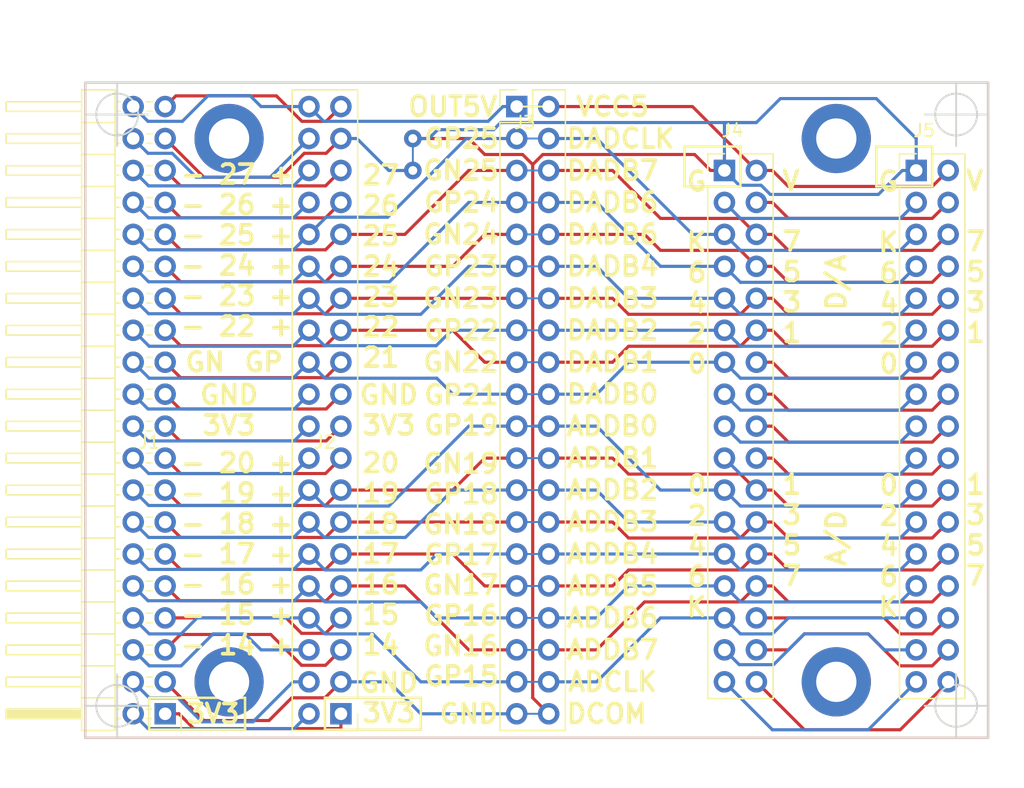
<source format=kicad_pcb>
(kicad_pcb (version 20171130) (host pcbnew "(5.0.0)")

  (general
    (thickness 1.6)
    (drawings 78)
    (tracks 461)
    (zones 0)
    (modules 10)
    (nets 75)
  )

  (page USLetter)
  (layers
    (0 F.Cu signal)
    (31 B.Cu signal)
    (32 B.Adhes user)
    (33 F.Adhes user)
    (34 B.Paste user)
    (35 F.Paste user)
    (36 B.SilkS user)
    (37 F.SilkS user)
    (38 B.Mask user)
    (39 F.Mask user)
    (40 Dwgs.User user)
    (41 Cmts.User user)
    (42 Eco1.User user)
    (43 Eco2.User user)
    (44 Edge.Cuts user)
    (45 Margin user)
    (46 B.CrtYd user)
    (47 F.CrtYd user)
    (48 B.Fab user)
    (49 F.Fab user)
  )

  (setup
    (last_trace_width 0.25)
    (trace_clearance 0.2)
    (zone_clearance 0.508)
    (zone_45_only no)
    (trace_min 0.2)
    (segment_width 0.2)
    (edge_width 0.15)
    (via_size 0.8)
    (via_drill 0.4)
    (via_min_size 0.4)
    (via_min_drill 0.3)
    (uvia_size 0.3)
    (uvia_drill 0.1)
    (uvias_allowed no)
    (uvia_min_size 0.2)
    (uvia_min_drill 0.1)
    (pcb_text_width 0.3)
    (pcb_text_size 1.5 1.5)
    (mod_edge_width 0.15)
    (mod_text_size 1 1)
    (mod_text_width 0.15)
    (pad_size 5.5 5.5)
    (pad_drill 3.2)
    (pad_to_mask_clearance 0.2)
    (aux_axis_origin 0 0)
    (visible_elements 7FFFFFFF)
    (pcbplotparams
      (layerselection 0x010fc_ffffffff)
      (usegerberextensions false)
      (usegerberattributes false)
      (usegerberadvancedattributes false)
      (creategerberjobfile false)
      (excludeedgelayer true)
      (linewidth 0.100000)
      (plotframeref false)
      (viasonmask false)
      (mode 1)
      (useauxorigin false)
      (hpglpennumber 1)
      (hpglpenspeed 20)
      (hpglpendiameter 15.000000)
      (psnegative false)
      (psa4output false)
      (plotreference true)
      (plotvalue true)
      (plotinvisibletext false)
      (padsonsilk false)
      (subtractmaskfromsilk false)
      (outputformat 1)
      (mirror false)
      (drillshape 0)
      (scaleselection 1)
      (outputdirectory ""))
  )

  (net 0 "")
  (net 1 /ADDB6)
  (net 2 /ADCLK)
  (net 3 /NC34)
  (net 4 /NC33)
  (net 5 /NC32)
  (net 6 /NC31)
  (net 7 /NC30)
  (net 8 /ADDB7)
  (net 9 /ADDB5)
  (net 10 /ADDB4)
  (net 11 /ADDB3)
  (net 12 /ADDB2)
  (net 13 /ADDB1)
  (net 14 /ADDB0)
  (net 15 /NC20)
  (net 16 /NC19)
  (net 17 /NC18)
  (net 18 /NC17)
  (net 19 /NC16)
  (net 20 /NC15)
  (net 21 /NC14)
  (net 22 /DADB0)
  (net 23 /DADB1)
  (net 24 /DADB2)
  (net 25 /DADB3)
  (net 26 /DADB4)
  (net 27 /DADB5)
  (net 28 /DADB6)
  (net 29 /DADB7)
  (net 30 /DADCLK)
  (net 31 /NC4)
  (net 32 /NC3)
  (net 33 /VCC5)
  (net 34 /DCOM)
  (net 35 /OUT5V)
  (net 36 /IN5V)
  (net 37 /GP27)
  (net 38 /GN27)
  (net 39 /GP26)
  (net 40 /GN26)
  (net 41 /GP25)
  (net 42 /GN25)
  (net 43 /GP24)
  (net 44 /GN24)
  (net 45 /GP23)
  (net 46 /GN23)
  (net 47 /GP22)
  (net 48 /GN22)
  (net 49 /GP21)
  (net 50 /GN21)
  (net 51 /GP20)
  (net 52 /GN20)
  (net 53 /GP19)
  (net 54 /GN19)
  (net 55 /GP18)
  (net 56 /GN18)
  (net 57 /GP17)
  (net 58 /GN17)
  (net 59 /GN16)
  (net 60 /GN15)
  (net 61 /GN14)
  (net 62 /GND38)
  (net 63 /GND37)
  (net 64 /GND22)
  (net 65 /GND21)
  (net 66 /3VP20)
  (net 67 /3VP19)
  (net 68 /GP16)
  (net 69 /GP15)
  (net 70 /GP14)
  (net 71 /GND4)
  (net 72 /GND3)
  (net 73 /3VP2)
  (net 74 /3VP1)

  (net_class Default "This is the default net class."
    (clearance 0.2)
    (trace_width 0.25)
    (via_dia 0.8)
    (via_drill 0.4)
    (uvia_dia 0.3)
    (uvia_drill 0.1)
    (add_net /3VP1)
    (add_net /3VP19)
    (add_net /3VP2)
    (add_net /3VP20)
    (add_net /ADCLK)
    (add_net /ADDB0)
    (add_net /ADDB1)
    (add_net /ADDB2)
    (add_net /ADDB3)
    (add_net /ADDB4)
    (add_net /ADDB5)
    (add_net /ADDB6)
    (add_net /ADDB7)
    (add_net /DADB0)
    (add_net /DADB1)
    (add_net /DADB2)
    (add_net /DADB3)
    (add_net /DADB4)
    (add_net /DADB5)
    (add_net /DADB6)
    (add_net /DADB7)
    (add_net /DADCLK)
    (add_net /DCOM)
    (add_net /GN14)
    (add_net /GN15)
    (add_net /GN16)
    (add_net /GN17)
    (add_net /GN18)
    (add_net /GN19)
    (add_net /GN20)
    (add_net /GN21)
    (add_net /GN22)
    (add_net /GN23)
    (add_net /GN24)
    (add_net /GN25)
    (add_net /GN26)
    (add_net /GN27)
    (add_net /GND21)
    (add_net /GND22)
    (add_net /GND3)
    (add_net /GND37)
    (add_net /GND38)
    (add_net /GND4)
    (add_net /GP14)
    (add_net /GP15)
    (add_net /GP16)
    (add_net /GP17)
    (add_net /GP18)
    (add_net /GP19)
    (add_net /GP20)
    (add_net /GP21)
    (add_net /GP22)
    (add_net /GP23)
    (add_net /GP24)
    (add_net /GP25)
    (add_net /GP26)
    (add_net /GP27)
    (add_net /IN5V)
    (add_net /NC14)
    (add_net /NC15)
    (add_net /NC16)
    (add_net /NC17)
    (add_net /NC18)
    (add_net /NC19)
    (add_net /NC20)
    (add_net /NC3)
    (add_net /NC30)
    (add_net /NC31)
    (add_net /NC32)
    (add_net /NC33)
    (add_net /NC34)
    (add_net /NC4)
    (add_net /OUT5V)
    (add_net /VCC5)
  )

  (module library:PinHeader_Dual_1x2_P2.54mm_TestPoint.kicad_mod (layer F.Cu) (tedit 5CA15A2A) (tstamp 5CD3505D)
    (at 139.065 86.36 270)
    (descr "Resistor, Axial_DIN0204 series, Axial, Vertical, pin pitch=2.54mm, 0.167W, length*diameter=3.6*1.6mm^2, http://cdn-reichelt.de/documents/datenblatt/B400/1_4W%23YAG.pdf")
    (tags "Resistor Axial_DIN0204 series Axial Vertical pin pitch 2.54mm 0.167W length 3.6mm diameter 1.6mm")
    (path /5D4575A7)
    (fp_text reference R1 (at 1.27 -1.92 270) (layer F.SilkS) hide
      (effects (font (size 1 1) (thickness 0.15)))
    )
    (fp_text value 0 (at 1.27 1.92 270) (layer F.Fab) hide
      (effects (font (size 1 1) (thickness 0.15)))
    )
    (fp_line (start 0 0) (end 2.54 0) (layer B.Cu) (width 0.15))
    (fp_text user %R (at 1.27 -1.92 270) (layer F.Fab)
      (effects (font (size 1 1) (thickness 0.15)))
    )
    (fp_line (start 3.49 -1.05) (end -1.05 -1.05) (layer F.CrtYd) (width 0.05))
    (fp_line (start 3.49 1.05) (end 3.49 -1.05) (layer F.CrtYd) (width 0.05))
    (fp_line (start -1.05 1.05) (end 3.49 1.05) (layer F.CrtYd) (width 0.05))
    (fp_line (start -1.05 -1.05) (end -1.05 1.05) (layer F.CrtYd) (width 0.05))
    (pad 2 thru_hole oval (at 2.54 0 270) (size 1.4 1.4) (drill 0.7) (layers *.Cu *.Mask)
      (net 63 /GND37))
    (pad 1 thru_hole circle (at 0 0 270) (size 1.4 1.4) (drill 0.7) (layers *.Cu *.Mask)
      (net 34 /DCOM))
  )

  (module Connector_PinHeader_2.54mm:PinHeader_2x17_P2.54mm_Vertical (layer F.Cu) (tedit 5CA124DB) (tstamp 5CB20184)
    (at 179.07 88.9)
    (descr "Through hole straight pin header, 2x17, 2.54mm pitch, double rows")
    (tags "Through hole pin header THT 2x17 2.54mm double row")
    (path /5C9F9030)
    (fp_text reference J5 (at 0.635 -3.175) (layer F.SilkS)
      (effects (font (size 1 1) (thickness 0.15)))
    )
    (fp_text value Conn_02x17_Odd_Even (at 0 -12.7) (layer F.Fab)
      (effects (font (size 1 1) (thickness 0.15)))
    )
    (fp_line (start 0 -1.27) (end 3.81 -1.27) (layer F.Fab) (width 0.1))
    (fp_line (start 3.81 -1.27) (end 3.81 41.91) (layer F.Fab) (width 0.1))
    (fp_line (start 3.81 41.91) (end -1.27 41.91) (layer F.Fab) (width 0.1))
    (fp_line (start -1.27 41.91) (end -1.27 0) (layer F.Fab) (width 0.1))
    (fp_line (start -1.27 0) (end 0 -1.27) (layer F.Fab) (width 0.1))
    (fp_line (start -1.33 41.97) (end 3.87 41.97) (layer F.SilkS) (width 0.12))
    (fp_line (start -1.33 1.27) (end -1.33 41.97) (layer F.SilkS) (width 0.12))
    (fp_line (start 3.87 -1.33) (end 3.87 41.97) (layer F.SilkS) (width 0.12))
    (fp_line (start -1.33 1.27) (end 1.27 1.27) (layer F.SilkS) (width 0.12))
    (fp_line (start 1.27 1.27) (end 1.27 -1.33) (layer F.SilkS) (width 0.12))
    (fp_line (start 1.27 -1.33) (end 3.87 -1.33) (layer F.SilkS) (width 0.12))
    (fp_line (start -1.33 0) (end -1.33 -1.33) (layer F.SilkS) (width 0.12))
    (fp_line (start -1.33 -1.33) (end 0 -1.33) (layer F.SilkS) (width 0.12))
    (fp_line (start -1.8 -1.8) (end -1.8 42.45) (layer F.CrtYd) (width 0.05))
    (fp_line (start -1.8 42.45) (end 4.35 42.45) (layer F.CrtYd) (width 0.05))
    (fp_line (start 4.35 42.45) (end 4.35 -1.8) (layer F.CrtYd) (width 0.05))
    (fp_line (start 4.35 -1.8) (end -1.8 -1.8) (layer F.CrtYd) (width 0.05))
    (fp_text user %R (at 1.27 20.32 90) (layer F.Fab)
      (effects (font (size 1 1) (thickness 0.15)))
    )
    (pad 1 thru_hole rect (at 0 0) (size 1.7 1.7) (drill 1) (layers *.Cu *.Mask)
      (net 34 /DCOM))
    (pad 2 thru_hole oval (at 2.54 0) (size 1.7 1.7) (drill 1) (layers *.Cu *.Mask)
      (net 33 /VCC5))
    (pad 3 thru_hole oval (at 0 2.54) (size 1.7 1.7) (drill 1) (layers *.Cu *.Mask)
      (net 32 /NC3))
    (pad 4 thru_hole oval (at 2.54 2.54) (size 1.7 1.7) (drill 1) (layers *.Cu *.Mask)
      (net 31 /NC4))
    (pad 5 thru_hole oval (at 0 5.08) (size 1.7 1.7) (drill 1) (layers *.Cu *.Mask)
      (net 30 /DADCLK))
    (pad 6 thru_hole oval (at 2.54 5.08) (size 1.7 1.7) (drill 1) (layers *.Cu *.Mask)
      (net 29 /DADB7))
    (pad 7 thru_hole oval (at 0 7.62) (size 1.7 1.7) (drill 1) (layers *.Cu *.Mask)
      (net 28 /DADB6))
    (pad 8 thru_hole oval (at 2.54 7.62) (size 1.7 1.7) (drill 1) (layers *.Cu *.Mask)
      (net 27 /DADB5))
    (pad 9 thru_hole oval (at 0 10.16) (size 1.7 1.7) (drill 1) (layers *.Cu *.Mask)
      (net 26 /DADB4))
    (pad 10 thru_hole oval (at 2.54 10.16) (size 1.7 1.7) (drill 1) (layers *.Cu *.Mask)
      (net 25 /DADB3))
    (pad 11 thru_hole oval (at 0 12.7) (size 1.7 1.7) (drill 1) (layers *.Cu *.Mask)
      (net 24 /DADB2))
    (pad 12 thru_hole oval (at 2.54 12.7) (size 1.7 1.7) (drill 1) (layers *.Cu *.Mask)
      (net 23 /DADB1))
    (pad 13 thru_hole oval (at 0 15.24) (size 1.7 1.7) (drill 1) (layers *.Cu *.Mask)
      (net 22 /DADB0))
    (pad 14 thru_hole oval (at 2.54 15.24) (size 1.7 1.7) (drill 1) (layers *.Cu *.Mask)
      (net 21 /NC14))
    (pad 15 thru_hole oval (at 0 17.78) (size 1.7 1.7) (drill 1) (layers *.Cu *.Mask)
      (net 20 /NC15))
    (pad 16 thru_hole oval (at 2.54 17.78) (size 1.7 1.7) (drill 1) (layers *.Cu *.Mask)
      (net 19 /NC16))
    (pad 17 thru_hole oval (at 0 20.32) (size 1.7 1.7) (drill 1) (layers *.Cu *.Mask)
      (net 18 /NC17))
    (pad 18 thru_hole oval (at 2.54 20.32) (size 1.7 1.7) (drill 1) (layers *.Cu *.Mask)
      (net 17 /NC18))
    (pad 19 thru_hole oval (at 0 22.86) (size 1.7 1.7) (drill 1) (layers *.Cu *.Mask)
      (net 16 /NC19))
    (pad 20 thru_hole oval (at 2.54 22.86) (size 1.7 1.7) (drill 1) (layers *.Cu *.Mask)
      (net 15 /NC20))
    (pad 21 thru_hole oval (at 0 25.4) (size 1.7 1.7) (drill 1) (layers *.Cu *.Mask)
      (net 14 /ADDB0))
    (pad 22 thru_hole oval (at 2.54 25.4) (size 1.7 1.7) (drill 1) (layers *.Cu *.Mask)
      (net 13 /ADDB1))
    (pad 23 thru_hole oval (at 0 27.94) (size 1.7 1.7) (drill 1) (layers *.Cu *.Mask)
      (net 12 /ADDB2))
    (pad 24 thru_hole oval (at 2.54 27.94) (size 1.7 1.7) (drill 1) (layers *.Cu *.Mask)
      (net 11 /ADDB3))
    (pad 25 thru_hole oval (at 0 30.48) (size 1.7 1.7) (drill 1) (layers *.Cu *.Mask)
      (net 10 /ADDB4))
    (pad 26 thru_hole oval (at 2.54 30.48) (size 1.7 1.7) (drill 1) (layers *.Cu *.Mask)
      (net 9 /ADDB5))
    (pad 27 thru_hole oval (at 0 33.02) (size 1.7 1.7) (drill 1) (layers *.Cu *.Mask)
      (net 1 /ADDB6))
    (pad 28 thru_hole oval (at 2.54 33.02) (size 1.7 1.7) (drill 1) (layers *.Cu *.Mask)
      (net 8 /ADDB7))
    (pad 29 thru_hole oval (at 0 35.56) (size 1.7 1.7) (drill 1) (layers *.Cu *.Mask)
      (net 2 /ADCLK))
    (pad 30 thru_hole oval (at 2.54 35.56) (size 1.7 1.7) (drill 1) (layers *.Cu *.Mask)
      (net 7 /NC30))
    (pad 31 thru_hole oval (at 0 38.1) (size 1.7 1.7) (drill 1) (layers *.Cu *.Mask)
      (net 6 /NC31))
    (pad 32 thru_hole oval (at 2.54 38.1) (size 1.7 1.7) (drill 1) (layers *.Cu *.Mask)
      (net 5 /NC32))
    (pad 33 thru_hole oval (at 0 40.64) (size 1.7 1.7) (drill 1) (layers *.Cu *.Mask)
      (net 4 /NC33))
    (pad 34 thru_hole oval (at 2.54 40.64) (size 1.7 1.7) (drill 1) (layers *.Cu *.Mask)
      (net 3 /NC34))
    (model ${KISYS3DMOD}/Connector_PinHeader_2.54mm.3dshapes/PinHeader_2x17_P2.54mm_Vertical.wrl
      (at (xyz 0 0 0))
      (scale (xyz 1 1 1))
      (rotate (xyz 0 0 0))
    )
  )

  (module Connector_PinHeader_2.54mm:PinHeader_2x17_P2.54mm_Vertical (layer F.Cu) (tedit 5CA124D4) (tstamp 5CD31936)
    (at 163.83 88.9)
    (descr "Through hole straight pin header, 2x17, 2.54mm pitch, double rows")
    (tags "Through hole pin header THT 2x17 2.54mm double row")
    (path /5CD329B2)
    (fp_text reference J4 (at 0.635 -3.175) (layer F.SilkS)
      (effects (font (size 1 1) (thickness 0.15)))
    )
    (fp_text value Conn_02x17_Odd_Even (at 0 -10.795) (layer F.Fab)
      (effects (font (size 1 1) (thickness 0.15)))
    )
    (fp_text user %R (at 1.27 20.32 90) (layer F.Fab)
      (effects (font (size 1 1) (thickness 0.15)))
    )
    (fp_line (start 4.35 -1.8) (end -1.8 -1.8) (layer F.CrtYd) (width 0.05))
    (fp_line (start 4.35 42.45) (end 4.35 -1.8) (layer F.CrtYd) (width 0.05))
    (fp_line (start -1.8 42.45) (end 4.35 42.45) (layer F.CrtYd) (width 0.05))
    (fp_line (start -1.8 -1.8) (end -1.8 42.45) (layer F.CrtYd) (width 0.05))
    (fp_line (start -1.33 -1.33) (end 0 -1.33) (layer F.SilkS) (width 0.12))
    (fp_line (start -1.33 0) (end -1.33 -1.33) (layer F.SilkS) (width 0.12))
    (fp_line (start 1.27 -1.33) (end 3.87 -1.33) (layer F.SilkS) (width 0.12))
    (fp_line (start 1.27 1.27) (end 1.27 -1.33) (layer F.SilkS) (width 0.12))
    (fp_line (start -1.33 1.27) (end 1.27 1.27) (layer F.SilkS) (width 0.12))
    (fp_line (start 3.87 -1.33) (end 3.87 41.97) (layer F.SilkS) (width 0.12))
    (fp_line (start -1.33 1.27) (end -1.33 41.97) (layer F.SilkS) (width 0.12))
    (fp_line (start -1.33 41.97) (end 3.87 41.97) (layer F.SilkS) (width 0.12))
    (fp_line (start -1.27 0) (end 0 -1.27) (layer F.Fab) (width 0.1))
    (fp_line (start -1.27 41.91) (end -1.27 0) (layer F.Fab) (width 0.1))
    (fp_line (start 3.81 41.91) (end -1.27 41.91) (layer F.Fab) (width 0.1))
    (fp_line (start 3.81 -1.27) (end 3.81 41.91) (layer F.Fab) (width 0.1))
    (fp_line (start 0 -1.27) (end 3.81 -1.27) (layer F.Fab) (width 0.1))
    (pad 34 thru_hole oval (at 2.54 40.64) (size 1.7 1.7) (drill 1) (layers *.Cu *.Mask)
      (net 3 /NC34))
    (pad 33 thru_hole oval (at 0 40.64) (size 1.7 1.7) (drill 1) (layers *.Cu *.Mask)
      (net 4 /NC33))
    (pad 32 thru_hole oval (at 2.54 38.1) (size 1.7 1.7) (drill 1) (layers *.Cu *.Mask)
      (net 5 /NC32))
    (pad 31 thru_hole oval (at 0 38.1) (size 1.7 1.7) (drill 1) (layers *.Cu *.Mask)
      (net 6 /NC31))
    (pad 30 thru_hole oval (at 2.54 35.56) (size 1.7 1.7) (drill 1) (layers *.Cu *.Mask)
      (net 7 /NC30))
    (pad 29 thru_hole oval (at 0 35.56) (size 1.7 1.7) (drill 1) (layers *.Cu *.Mask)
      (net 2 /ADCLK))
    (pad 28 thru_hole oval (at 2.54 33.02) (size 1.7 1.7) (drill 1) (layers *.Cu *.Mask)
      (net 8 /ADDB7))
    (pad 27 thru_hole oval (at 0 33.02) (size 1.7 1.7) (drill 1) (layers *.Cu *.Mask)
      (net 1 /ADDB6))
    (pad 26 thru_hole oval (at 2.54 30.48) (size 1.7 1.7) (drill 1) (layers *.Cu *.Mask)
      (net 9 /ADDB5))
    (pad 25 thru_hole oval (at 0 30.48) (size 1.7 1.7) (drill 1) (layers *.Cu *.Mask)
      (net 10 /ADDB4))
    (pad 24 thru_hole oval (at 2.54 27.94) (size 1.7 1.7) (drill 1) (layers *.Cu *.Mask)
      (net 11 /ADDB3))
    (pad 23 thru_hole oval (at 0 27.94) (size 1.7 1.7) (drill 1) (layers *.Cu *.Mask)
      (net 12 /ADDB2))
    (pad 22 thru_hole oval (at 2.54 25.4) (size 1.7 1.7) (drill 1) (layers *.Cu *.Mask)
      (net 13 /ADDB1))
    (pad 21 thru_hole oval (at 0 25.4) (size 1.7 1.7) (drill 1) (layers *.Cu *.Mask)
      (net 14 /ADDB0))
    (pad 20 thru_hole oval (at 2.54 22.86) (size 1.7 1.7) (drill 1) (layers *.Cu *.Mask)
      (net 15 /NC20))
    (pad 19 thru_hole oval (at 0 22.86) (size 1.7 1.7) (drill 1) (layers *.Cu *.Mask)
      (net 16 /NC19))
    (pad 18 thru_hole oval (at 2.54 20.32) (size 1.7 1.7) (drill 1) (layers *.Cu *.Mask)
      (net 17 /NC18))
    (pad 17 thru_hole oval (at 0 20.32) (size 1.7 1.7) (drill 1) (layers *.Cu *.Mask)
      (net 18 /NC17))
    (pad 16 thru_hole oval (at 2.54 17.78) (size 1.7 1.7) (drill 1) (layers *.Cu *.Mask)
      (net 19 /NC16))
    (pad 15 thru_hole oval (at 0 17.78) (size 1.7 1.7) (drill 1) (layers *.Cu *.Mask)
      (net 20 /NC15))
    (pad 14 thru_hole oval (at 2.54 15.24) (size 1.7 1.7) (drill 1) (layers *.Cu *.Mask)
      (net 21 /NC14))
    (pad 13 thru_hole oval (at 0 15.24) (size 1.7 1.7) (drill 1) (layers *.Cu *.Mask)
      (net 22 /DADB0))
    (pad 12 thru_hole oval (at 2.54 12.7) (size 1.7 1.7) (drill 1) (layers *.Cu *.Mask)
      (net 23 /DADB1))
    (pad 11 thru_hole oval (at 0 12.7) (size 1.7 1.7) (drill 1) (layers *.Cu *.Mask)
      (net 24 /DADB2))
    (pad 10 thru_hole oval (at 2.54 10.16) (size 1.7 1.7) (drill 1) (layers *.Cu *.Mask)
      (net 25 /DADB3))
    (pad 9 thru_hole oval (at 0 10.16) (size 1.7 1.7) (drill 1) (layers *.Cu *.Mask)
      (net 26 /DADB4))
    (pad 8 thru_hole oval (at 2.54 7.62) (size 1.7 1.7) (drill 1) (layers *.Cu *.Mask)
      (net 27 /DADB5))
    (pad 7 thru_hole oval (at 0 7.62) (size 1.7 1.7) (drill 1) (layers *.Cu *.Mask)
      (net 28 /DADB6))
    (pad 6 thru_hole oval (at 2.54 5.08) (size 1.7 1.7) (drill 1) (layers *.Cu *.Mask)
      (net 29 /DADB7))
    (pad 5 thru_hole oval (at 0 5.08) (size 1.7 1.7) (drill 1) (layers *.Cu *.Mask)
      (net 30 /DADCLK))
    (pad 4 thru_hole oval (at 2.54 2.54) (size 1.7 1.7) (drill 1) (layers *.Cu *.Mask)
      (net 31 /NC4))
    (pad 3 thru_hole oval (at 0 2.54) (size 1.7 1.7) (drill 1) (layers *.Cu *.Mask)
      (net 32 /NC3))
    (pad 2 thru_hole oval (at 2.54 0) (size 1.7 1.7) (drill 1) (layers *.Cu *.Mask)
      (net 33 /VCC5))
    (pad 1 thru_hole rect (at 0 0) (size 1.7 1.7) (drill 1) (layers *.Cu *.Mask)
      (net 34 /DCOM))
    (model ${KISYS3DMOD}/Connector_PinHeader_2.54mm.3dshapes/PinHeader_2x17_P2.54mm_Vertical.wrl
      (at (xyz 0 0 0))
      (scale (xyz 1 1 1))
      (rotate (xyz 0 0 0))
    )
  )

  (module Connector_PinHeader_2.54mm:PinHeader_2x20_P2.54mm_Vertical (layer F.Cu) (tedit 59FED5CC) (tstamp 5CB228A8)
    (at 133.35 132.08 180)
    (descr "Through hole straight pin header, 2x20, 2.54mm pitch, double rows")
    (tags "Through hole pin header THT 2x20 2.54mm double row")
    (path /5CAD8BD7)
    (fp_text reference J2 (at 1.27 21.59 180) (layer F.SilkS)
      (effects (font (size 1 1) (thickness 0.15)))
    )
    (fp_text value "ULX3S HEADER" (at 1.27 52.07 180) (layer F.Fab)
      (effects (font (size 1 1) (thickness 0.15)))
    )
    (fp_text user %R (at 1.27 24.13 270) (layer F.Fab)
      (effects (font (size 1 1) (thickness 0.15)))
    )
    (fp_line (start 4.35 -1.8) (end -1.8 -1.8) (layer F.CrtYd) (width 0.05))
    (fp_line (start 4.35 50.05) (end 4.35 -1.8) (layer F.CrtYd) (width 0.05))
    (fp_line (start -1.8 50.05) (end 4.35 50.05) (layer F.CrtYd) (width 0.05))
    (fp_line (start -1.8 -1.8) (end -1.8 50.05) (layer F.CrtYd) (width 0.05))
    (fp_line (start -1.33 -1.33) (end 0 -1.33) (layer F.SilkS) (width 0.12))
    (fp_line (start -1.33 0) (end -1.33 -1.33) (layer F.SilkS) (width 0.12))
    (fp_line (start 1.27 -1.33) (end 3.87 -1.33) (layer F.SilkS) (width 0.12))
    (fp_line (start 1.27 1.27) (end 1.27 -1.33) (layer F.SilkS) (width 0.12))
    (fp_line (start -1.33 1.27) (end 1.27 1.27) (layer F.SilkS) (width 0.12))
    (fp_line (start 3.87 -1.33) (end 3.87 49.59) (layer F.SilkS) (width 0.12))
    (fp_line (start -1.33 1.27) (end -1.33 49.59) (layer F.SilkS) (width 0.12))
    (fp_line (start -1.33 49.59) (end 3.87 49.59) (layer F.SilkS) (width 0.12))
    (fp_line (start -1.27 0) (end 0 -1.27) (layer F.Fab) (width 0.1))
    (fp_line (start -1.27 49.53) (end -1.27 0) (layer F.Fab) (width 0.1))
    (fp_line (start 3.81 49.53) (end -1.27 49.53) (layer F.Fab) (width 0.1))
    (fp_line (start 3.81 -1.27) (end 3.81 49.53) (layer F.Fab) (width 0.1))
    (fp_line (start 0 -1.27) (end 3.81 -1.27) (layer F.Fab) (width 0.1))
    (pad 40 thru_hole oval (at 2.54 48.26 180) (size 1.7 1.7) (drill 1) (layers *.Cu *.Mask)
      (net 35 /OUT5V))
    (pad 39 thru_hole oval (at 0 48.26 180) (size 1.7 1.7) (drill 1) (layers *.Cu *.Mask)
      (net 36 /IN5V))
    (pad 38 thru_hole oval (at 2.54 45.72 180) (size 1.7 1.7) (drill 1) (layers *.Cu *.Mask)
      (net 62 /GND38))
    (pad 37 thru_hole oval (at 0 45.72 180) (size 1.7 1.7) (drill 1) (layers *.Cu *.Mask)
      (net 63 /GND37))
    (pad 36 thru_hole oval (at 2.54 43.18 180) (size 1.7 1.7) (drill 1) (layers *.Cu *.Mask)
      (net 37 /GP27))
    (pad 35 thru_hole oval (at 0 43.18 180) (size 1.7 1.7) (drill 1) (layers *.Cu *.Mask)
      (net 38 /GN27))
    (pad 34 thru_hole oval (at 2.54 40.64 180) (size 1.7 1.7) (drill 1) (layers *.Cu *.Mask)
      (net 39 /GP26))
    (pad 33 thru_hole oval (at 0 40.64 180) (size 1.7 1.7) (drill 1) (layers *.Cu *.Mask)
      (net 40 /GN26))
    (pad 32 thru_hole oval (at 2.54 38.1 180) (size 1.7 1.7) (drill 1) (layers *.Cu *.Mask)
      (net 41 /GP25))
    (pad 31 thru_hole oval (at 0 38.1 180) (size 1.7 1.7) (drill 1) (layers *.Cu *.Mask)
      (net 42 /GN25))
    (pad 30 thru_hole oval (at 2.54 35.56 180) (size 1.7 1.7) (drill 1) (layers *.Cu *.Mask)
      (net 43 /GP24))
    (pad 29 thru_hole oval (at 0 35.56 180) (size 1.7 1.7) (drill 1) (layers *.Cu *.Mask)
      (net 44 /GN24))
    (pad 28 thru_hole oval (at 2.54 33.02 180) (size 1.7 1.7) (drill 1) (layers *.Cu *.Mask)
      (net 45 /GP23))
    (pad 27 thru_hole oval (at 0 33.02 180) (size 1.7 1.7) (drill 1) (layers *.Cu *.Mask)
      (net 46 /GN23))
    (pad 26 thru_hole oval (at 2.54 30.48 180) (size 1.7 1.7) (drill 1) (layers *.Cu *.Mask)
      (net 47 /GP22))
    (pad 25 thru_hole oval (at 0 30.48 180) (size 1.7 1.7) (drill 1) (layers *.Cu *.Mask)
      (net 48 /GN22))
    (pad 24 thru_hole oval (at 2.54 27.94 180) (size 1.7 1.7) (drill 1) (layers *.Cu *.Mask)
      (net 49 /GP21))
    (pad 23 thru_hole oval (at 0 27.94 180) (size 1.7 1.7) (drill 1) (layers *.Cu *.Mask)
      (net 50 /GN21))
    (pad 22 thru_hole oval (at 2.54 25.4 180) (size 1.7 1.7) (drill 1) (layers *.Cu *.Mask)
      (net 64 /GND22))
    (pad 21 thru_hole oval (at 0 25.4 180) (size 1.7 1.7) (drill 1) (layers *.Cu *.Mask)
      (net 65 /GND21))
    (pad 20 thru_hole oval (at 2.54 22.86 180) (size 1.7 1.7) (drill 1) (layers *.Cu *.Mask)
      (net 66 /3VP20))
    (pad 19 thru_hole oval (at 0 22.86 180) (size 1.7 1.7) (drill 1) (layers *.Cu *.Mask)
      (net 67 /3VP19))
    (pad 18 thru_hole oval (at 2.54 20.32 180) (size 1.7 1.7) (drill 1) (layers *.Cu *.Mask)
      (net 51 /GP20))
    (pad 17 thru_hole oval (at 0 20.32 180) (size 1.7 1.7) (drill 1) (layers *.Cu *.Mask)
      (net 52 /GN20))
    (pad 16 thru_hole oval (at 2.54 17.78 180) (size 1.7 1.7) (drill 1) (layers *.Cu *.Mask)
      (net 53 /GP19))
    (pad 15 thru_hole oval (at 0 17.78 180) (size 1.7 1.7) (drill 1) (layers *.Cu *.Mask)
      (net 54 /GN19))
    (pad 14 thru_hole oval (at 2.54 15.24 180) (size 1.7 1.7) (drill 1) (layers *.Cu *.Mask)
      (net 55 /GP18))
    (pad 13 thru_hole oval (at 0 15.24 180) (size 1.7 1.7) (drill 1) (layers *.Cu *.Mask)
      (net 56 /GN18))
    (pad 12 thru_hole oval (at 2.54 12.7 180) (size 1.7 1.7) (drill 1) (layers *.Cu *.Mask)
      (net 57 /GP17))
    (pad 11 thru_hole oval (at 0 12.7 180) (size 1.7 1.7) (drill 1) (layers *.Cu *.Mask)
      (net 58 /GN17))
    (pad 10 thru_hole oval (at 2.54 10.16 180) (size 1.7 1.7) (drill 1) (layers *.Cu *.Mask)
      (net 68 /GP16))
    (pad 9 thru_hole oval (at 0 10.16 180) (size 1.7 1.7) (drill 1) (layers *.Cu *.Mask)
      (net 59 /GN16))
    (pad 8 thru_hole oval (at 2.54 7.62 180) (size 1.7 1.7) (drill 1) (layers *.Cu *.Mask)
      (net 69 /GP15))
    (pad 7 thru_hole oval (at 0 7.62 180) (size 1.7 1.7) (drill 1) (layers *.Cu *.Mask)
      (net 60 /GN15))
    (pad 6 thru_hole oval (at 2.54 5.08 180) (size 1.7 1.7) (drill 1) (layers *.Cu *.Mask)
      (net 70 /GP14))
    (pad 5 thru_hole oval (at 0 5.08 180) (size 1.7 1.7) (drill 1) (layers *.Cu *.Mask)
      (net 61 /GN14))
    (pad 4 thru_hole oval (at 2.54 2.54 180) (size 1.7 1.7) (drill 1) (layers *.Cu *.Mask)
      (net 71 /GND4))
    (pad 3 thru_hole oval (at 0 2.54 180) (size 1.7 1.7) (drill 1) (layers *.Cu *.Mask)
      (net 72 /GND3))
    (pad 2 thru_hole oval (at 2.54 0 180) (size 1.7 1.7) (drill 1) (layers *.Cu *.Mask)
      (net 73 /3VP2))
    (pad 1 thru_hole rect (at 0 0 180) (size 1.7 1.7) (drill 1) (layers *.Cu *.Mask)
      (net 74 /3VP1))
    (model ${KISYS3DMOD}/Connector_PinHeader_2.54mm.3dshapes/PinHeader_2x20_P2.54mm_Vertical.wrl
      (at (xyz 0 0 0))
      (scale (xyz 1 1 1))
      (rotate (xyz 0 0 0))
    )
  )

  (module Connector_PinHeader_2.54mm:PinHeader_2x20_P2.54mm_Horizontal (layer F.Cu) (tedit 5C9FB8EA) (tstamp 5CB21808)
    (at 119.38 132.08 180)
    (descr "Through hole angled pin header, 2x20, 2.54mm pitch, 6mm pin length, double rows")
    (tags "Through hole angled pin header THT 2x20 2.54mm double row")
    (path /5C9F8E89)
    (fp_text reference J1 (at 1.27 21.59 180) (layer F.SilkS)
      (effects (font (size 1 1) (thickness 0.15)))
    )
    (fp_text value "ULX3S HEADER" (at 1.27 52.07 180) (layer F.Fab)
      (effects (font (size 1 1) (thickness 0.15)))
    )
    (fp_text user %R (at 5.31 24.13 270) (layer F.Fab)
      (effects (font (size 1 1) (thickness 0.15)))
    )
    (fp_line (start 13.1 -1.8) (end -1.8 -1.8) (layer F.CrtYd) (width 0.05))
    (fp_line (start 13.1 50.05) (end 13.1 -1.8) (layer F.CrtYd) (width 0.05))
    (fp_line (start -1.8 50.05) (end 13.1 50.05) (layer F.CrtYd) (width 0.05))
    (fp_line (start -1.8 -1.8) (end -1.8 50.05) (layer F.CrtYd) (width 0.05))
    (fp_line (start -1.27 -1.27) (end 0 -1.27) (layer F.SilkS) (width 0.12))
    (fp_line (start -1.27 0) (end -1.27 -1.27) (layer F.SilkS) (width 0.12))
    (fp_line (start 1.042929 48.64) (end 1.497071 48.64) (layer F.SilkS) (width 0.12))
    (fp_line (start 1.042929 47.88) (end 1.497071 47.88) (layer F.SilkS) (width 0.12))
    (fp_line (start 3.582929 48.64) (end 3.98 48.64) (layer F.SilkS) (width 0.12))
    (fp_line (start 3.582929 47.88) (end 3.98 47.88) (layer F.SilkS) (width 0.12))
    (fp_line (start 12.64 48.64) (end 6.64 48.64) (layer F.SilkS) (width 0.12))
    (fp_line (start 12.64 47.88) (end 12.64 48.64) (layer F.SilkS) (width 0.12))
    (fp_line (start 6.64 47.88) (end 12.64 47.88) (layer F.SilkS) (width 0.12))
    (fp_line (start 3.98 46.99) (end 6.64 46.99) (layer F.SilkS) (width 0.12))
    (fp_line (start 1.042929 46.1) (end 1.497071 46.1) (layer F.SilkS) (width 0.12))
    (fp_line (start 1.042929 45.34) (end 1.497071 45.34) (layer F.SilkS) (width 0.12))
    (fp_line (start 3.582929 46.1) (end 3.98 46.1) (layer F.SilkS) (width 0.12))
    (fp_line (start 3.582929 45.34) (end 3.98 45.34) (layer F.SilkS) (width 0.12))
    (fp_line (start 12.64 46.1) (end 6.64 46.1) (layer F.SilkS) (width 0.12))
    (fp_line (start 12.64 45.34) (end 12.64 46.1) (layer F.SilkS) (width 0.12))
    (fp_line (start 6.64 45.34) (end 12.64 45.34) (layer F.SilkS) (width 0.12))
    (fp_line (start 3.98 44.45) (end 6.64 44.45) (layer F.SilkS) (width 0.12))
    (fp_line (start 1.042929 43.56) (end 1.497071 43.56) (layer F.SilkS) (width 0.12))
    (fp_line (start 1.042929 42.8) (end 1.497071 42.8) (layer F.SilkS) (width 0.12))
    (fp_line (start 3.582929 43.56) (end 3.98 43.56) (layer F.SilkS) (width 0.12))
    (fp_line (start 3.582929 42.8) (end 3.98 42.8) (layer F.SilkS) (width 0.12))
    (fp_line (start 12.64 43.56) (end 6.64 43.56) (layer F.SilkS) (width 0.12))
    (fp_line (start 12.64 42.8) (end 12.64 43.56) (layer F.SilkS) (width 0.12))
    (fp_line (start 6.64 42.8) (end 12.64 42.8) (layer F.SilkS) (width 0.12))
    (fp_line (start 3.98 41.91) (end 6.64 41.91) (layer F.SilkS) (width 0.12))
    (fp_line (start 1.042929 41.02) (end 1.497071 41.02) (layer F.SilkS) (width 0.12))
    (fp_line (start 1.042929 40.26) (end 1.497071 40.26) (layer F.SilkS) (width 0.12))
    (fp_line (start 3.582929 41.02) (end 3.98 41.02) (layer F.SilkS) (width 0.12))
    (fp_line (start 3.582929 40.26) (end 3.98 40.26) (layer F.SilkS) (width 0.12))
    (fp_line (start 12.64 41.02) (end 6.64 41.02) (layer F.SilkS) (width 0.12))
    (fp_line (start 12.64 40.26) (end 12.64 41.02) (layer F.SilkS) (width 0.12))
    (fp_line (start 6.64 40.26) (end 12.64 40.26) (layer F.SilkS) (width 0.12))
    (fp_line (start 3.98 39.37) (end 6.64 39.37) (layer F.SilkS) (width 0.12))
    (fp_line (start 1.042929 38.48) (end 1.497071 38.48) (layer F.SilkS) (width 0.12))
    (fp_line (start 1.042929 37.72) (end 1.497071 37.72) (layer F.SilkS) (width 0.12))
    (fp_line (start 3.582929 38.48) (end 3.98 38.48) (layer F.SilkS) (width 0.12))
    (fp_line (start 3.582929 37.72) (end 3.98 37.72) (layer F.SilkS) (width 0.12))
    (fp_line (start 12.64 38.48) (end 6.64 38.48) (layer F.SilkS) (width 0.12))
    (fp_line (start 12.64 37.72) (end 12.64 38.48) (layer F.SilkS) (width 0.12))
    (fp_line (start 6.64 37.72) (end 12.64 37.72) (layer F.SilkS) (width 0.12))
    (fp_line (start 3.98 36.83) (end 6.64 36.83) (layer F.SilkS) (width 0.12))
    (fp_line (start 1.042929 35.94) (end 1.497071 35.94) (layer F.SilkS) (width 0.12))
    (fp_line (start 1.042929 35.18) (end 1.497071 35.18) (layer F.SilkS) (width 0.12))
    (fp_line (start 3.582929 35.94) (end 3.98 35.94) (layer F.SilkS) (width 0.12))
    (fp_line (start 3.582929 35.18) (end 3.98 35.18) (layer F.SilkS) (width 0.12))
    (fp_line (start 12.64 35.94) (end 6.64 35.94) (layer F.SilkS) (width 0.12))
    (fp_line (start 12.64 35.18) (end 12.64 35.94) (layer F.SilkS) (width 0.12))
    (fp_line (start 6.64 35.18) (end 12.64 35.18) (layer F.SilkS) (width 0.12))
    (fp_line (start 3.98 34.29) (end 6.64 34.29) (layer F.SilkS) (width 0.12))
    (fp_line (start 1.042929 33.4) (end 1.497071 33.4) (layer F.SilkS) (width 0.12))
    (fp_line (start 1.042929 32.64) (end 1.497071 32.64) (layer F.SilkS) (width 0.12))
    (fp_line (start 3.582929 33.4) (end 3.98 33.4) (layer F.SilkS) (width 0.12))
    (fp_line (start 3.582929 32.64) (end 3.98 32.64) (layer F.SilkS) (width 0.12))
    (fp_line (start 12.64 33.4) (end 6.64 33.4) (layer F.SilkS) (width 0.12))
    (fp_line (start 12.64 32.64) (end 12.64 33.4) (layer F.SilkS) (width 0.12))
    (fp_line (start 6.64 32.64) (end 12.64 32.64) (layer F.SilkS) (width 0.12))
    (fp_line (start 3.98 31.75) (end 6.64 31.75) (layer F.SilkS) (width 0.12))
    (fp_line (start 1.042929 30.86) (end 1.497071 30.86) (layer F.SilkS) (width 0.12))
    (fp_line (start 1.042929 30.1) (end 1.497071 30.1) (layer F.SilkS) (width 0.12))
    (fp_line (start 3.582929 30.86) (end 3.98 30.86) (layer F.SilkS) (width 0.12))
    (fp_line (start 3.582929 30.1) (end 3.98 30.1) (layer F.SilkS) (width 0.12))
    (fp_line (start 12.64 30.86) (end 6.64 30.86) (layer F.SilkS) (width 0.12))
    (fp_line (start 12.64 30.1) (end 12.64 30.86) (layer F.SilkS) (width 0.12))
    (fp_line (start 6.64 30.1) (end 12.64 30.1) (layer F.SilkS) (width 0.12))
    (fp_line (start 3.98 29.21) (end 6.64 29.21) (layer F.SilkS) (width 0.12))
    (fp_line (start 1.042929 28.32) (end 1.497071 28.32) (layer F.SilkS) (width 0.12))
    (fp_line (start 1.042929 27.56) (end 1.497071 27.56) (layer F.SilkS) (width 0.12))
    (fp_line (start 3.582929 28.32) (end 3.98 28.32) (layer F.SilkS) (width 0.12))
    (fp_line (start 3.582929 27.56) (end 3.98 27.56) (layer F.SilkS) (width 0.12))
    (fp_line (start 12.64 28.32) (end 6.64 28.32) (layer F.SilkS) (width 0.12))
    (fp_line (start 12.64 27.56) (end 12.64 28.32) (layer F.SilkS) (width 0.12))
    (fp_line (start 6.64 27.56) (end 12.64 27.56) (layer F.SilkS) (width 0.12))
    (fp_line (start 3.98 26.67) (end 6.64 26.67) (layer F.SilkS) (width 0.12))
    (fp_line (start 1.042929 25.78) (end 1.497071 25.78) (layer F.SilkS) (width 0.12))
    (fp_line (start 1.042929 25.02) (end 1.497071 25.02) (layer F.SilkS) (width 0.12))
    (fp_line (start 3.582929 25.78) (end 3.98 25.78) (layer F.SilkS) (width 0.12))
    (fp_line (start 3.582929 25.02) (end 3.98 25.02) (layer F.SilkS) (width 0.12))
    (fp_line (start 12.64 25.78) (end 6.64 25.78) (layer F.SilkS) (width 0.12))
    (fp_line (start 12.64 25.02) (end 12.64 25.78) (layer F.SilkS) (width 0.12))
    (fp_line (start 6.64 25.02) (end 12.64 25.02) (layer F.SilkS) (width 0.12))
    (fp_line (start 3.98 24.13) (end 6.64 24.13) (layer F.SilkS) (width 0.12))
    (fp_line (start 1.042929 23.24) (end 1.497071 23.24) (layer F.SilkS) (width 0.12))
    (fp_line (start 1.042929 22.48) (end 1.497071 22.48) (layer F.SilkS) (width 0.12))
    (fp_line (start 3.582929 23.24) (end 3.98 23.24) (layer F.SilkS) (width 0.12))
    (fp_line (start 3.582929 22.48) (end 3.98 22.48) (layer F.SilkS) (width 0.12))
    (fp_line (start 12.64 23.24) (end 6.64 23.24) (layer F.SilkS) (width 0.12))
    (fp_line (start 12.64 22.48) (end 12.64 23.24) (layer F.SilkS) (width 0.12))
    (fp_line (start 6.64 22.48) (end 12.64 22.48) (layer F.SilkS) (width 0.12))
    (fp_line (start 3.98 21.59) (end 6.64 21.59) (layer F.SilkS) (width 0.12))
    (fp_line (start 1.042929 20.7) (end 1.497071 20.7) (layer F.SilkS) (width 0.12))
    (fp_line (start 1.042929 19.94) (end 1.497071 19.94) (layer F.SilkS) (width 0.12))
    (fp_line (start 3.582929 20.7) (end 3.98 20.7) (layer F.SilkS) (width 0.12))
    (fp_line (start 3.582929 19.94) (end 3.98 19.94) (layer F.SilkS) (width 0.12))
    (fp_line (start 12.64 20.7) (end 6.64 20.7) (layer F.SilkS) (width 0.12))
    (fp_line (start 12.64 19.94) (end 12.64 20.7) (layer F.SilkS) (width 0.12))
    (fp_line (start 6.64 19.94) (end 12.64 19.94) (layer F.SilkS) (width 0.12))
    (fp_line (start 3.98 19.05) (end 6.64 19.05) (layer F.SilkS) (width 0.12))
    (fp_line (start 1.042929 18.16) (end 1.497071 18.16) (layer F.SilkS) (width 0.12))
    (fp_line (start 1.042929 17.4) (end 1.497071 17.4) (layer F.SilkS) (width 0.12))
    (fp_line (start 3.582929 18.16) (end 3.98 18.16) (layer F.SilkS) (width 0.12))
    (fp_line (start 3.582929 17.4) (end 3.98 17.4) (layer F.SilkS) (width 0.12))
    (fp_line (start 12.64 18.16) (end 6.64 18.16) (layer F.SilkS) (width 0.12))
    (fp_line (start 12.64 17.4) (end 12.64 18.16) (layer F.SilkS) (width 0.12))
    (fp_line (start 6.64 17.4) (end 12.64 17.4) (layer F.SilkS) (width 0.12))
    (fp_line (start 3.98 16.51) (end 6.64 16.51) (layer F.SilkS) (width 0.12))
    (fp_line (start 1.042929 15.62) (end 1.497071 15.62) (layer F.SilkS) (width 0.12))
    (fp_line (start 1.042929 14.86) (end 1.497071 14.86) (layer F.SilkS) (width 0.12))
    (fp_line (start 3.582929 15.62) (end 3.98 15.62) (layer F.SilkS) (width 0.12))
    (fp_line (start 3.582929 14.86) (end 3.98 14.86) (layer F.SilkS) (width 0.12))
    (fp_line (start 12.64 15.62) (end 6.64 15.62) (layer F.SilkS) (width 0.12))
    (fp_line (start 12.64 14.86) (end 12.64 15.62) (layer F.SilkS) (width 0.12))
    (fp_line (start 6.64 14.86) (end 12.64 14.86) (layer F.SilkS) (width 0.12))
    (fp_line (start 3.98 13.97) (end 6.64 13.97) (layer F.SilkS) (width 0.12))
    (fp_line (start 1.042929 13.08) (end 1.497071 13.08) (layer F.SilkS) (width 0.12))
    (fp_line (start 1.042929 12.32) (end 1.497071 12.32) (layer F.SilkS) (width 0.12))
    (fp_line (start 3.582929 13.08) (end 3.98 13.08) (layer F.SilkS) (width 0.12))
    (fp_line (start 3.582929 12.32) (end 3.98 12.32) (layer F.SilkS) (width 0.12))
    (fp_line (start 12.64 13.08) (end 6.64 13.08) (layer F.SilkS) (width 0.12))
    (fp_line (start 12.64 12.32) (end 12.64 13.08) (layer F.SilkS) (width 0.12))
    (fp_line (start 6.64 12.32) (end 12.64 12.32) (layer F.SilkS) (width 0.12))
    (fp_line (start 3.98 11.43) (end 6.64 11.43) (layer F.SilkS) (width 0.12))
    (fp_line (start 1.042929 10.54) (end 1.497071 10.54) (layer F.SilkS) (width 0.12))
    (fp_line (start 1.042929 9.78) (end 1.497071 9.78) (layer F.SilkS) (width 0.12))
    (fp_line (start 3.582929 10.54) (end 3.98 10.54) (layer F.SilkS) (width 0.12))
    (fp_line (start 3.582929 9.78) (end 3.98 9.78) (layer F.SilkS) (width 0.12))
    (fp_line (start 12.64 10.54) (end 6.64 10.54) (layer F.SilkS) (width 0.12))
    (fp_line (start 12.64 9.78) (end 12.64 10.54) (layer F.SilkS) (width 0.12))
    (fp_line (start 6.64 9.78) (end 12.64 9.78) (layer F.SilkS) (width 0.12))
    (fp_line (start 3.98 8.89) (end 6.64 8.89) (layer F.SilkS) (width 0.12))
    (fp_line (start 1.042929 8) (end 1.497071 8) (layer F.SilkS) (width 0.12))
    (fp_line (start 1.042929 7.24) (end 1.497071 7.24) (layer F.SilkS) (width 0.12))
    (fp_line (start 3.582929 8) (end 3.98 8) (layer F.SilkS) (width 0.12))
    (fp_line (start 3.582929 7.24) (end 3.98 7.24) (layer F.SilkS) (width 0.12))
    (fp_line (start 12.64 8) (end 6.64 8) (layer F.SilkS) (width 0.12))
    (fp_line (start 12.64 7.24) (end 12.64 8) (layer F.SilkS) (width 0.12))
    (fp_line (start 6.64 7.24) (end 12.64 7.24) (layer F.SilkS) (width 0.12))
    (fp_line (start 3.98 6.35) (end 6.64 6.35) (layer F.SilkS) (width 0.12))
    (fp_line (start 1.042929 5.46) (end 1.497071 5.46) (layer F.SilkS) (width 0.12))
    (fp_line (start 1.042929 4.7) (end 1.497071 4.7) (layer F.SilkS) (width 0.12))
    (fp_line (start 3.582929 5.46) (end 3.98 5.46) (layer F.SilkS) (width 0.12))
    (fp_line (start 3.582929 4.7) (end 3.98 4.7) (layer F.SilkS) (width 0.12))
    (fp_line (start 12.64 5.46) (end 6.64 5.46) (layer F.SilkS) (width 0.12))
    (fp_line (start 12.64 4.7) (end 12.64 5.46) (layer F.SilkS) (width 0.12))
    (fp_line (start 6.64 4.7) (end 12.64 4.7) (layer F.SilkS) (width 0.12))
    (fp_line (start 3.98 3.81) (end 6.64 3.81) (layer F.SilkS) (width 0.12))
    (fp_line (start 1.042929 2.92) (end 1.497071 2.92) (layer F.SilkS) (width 0.12))
    (fp_line (start 1.042929 2.16) (end 1.497071 2.16) (layer F.SilkS) (width 0.12))
    (fp_line (start 3.582929 2.92) (end 3.98 2.92) (layer F.SilkS) (width 0.12))
    (fp_line (start 3.582929 2.16) (end 3.98 2.16) (layer F.SilkS) (width 0.12))
    (fp_line (start 12.64 2.92) (end 6.64 2.92) (layer F.SilkS) (width 0.12))
    (fp_line (start 12.64 2.16) (end 12.64 2.92) (layer F.SilkS) (width 0.12))
    (fp_line (start 6.64 2.16) (end 12.64 2.16) (layer F.SilkS) (width 0.12))
    (fp_line (start 3.98 1.27) (end 6.64 1.27) (layer F.SilkS) (width 0.12))
    (fp_line (start 1.11 0.38) (end 1.497071 0.38) (layer F.SilkS) (width 0.12))
    (fp_line (start 1.11 -0.38) (end 1.497071 -0.38) (layer F.SilkS) (width 0.12))
    (fp_line (start 3.582929 0.38) (end 3.98 0.38) (layer F.SilkS) (width 0.12))
    (fp_line (start 3.582929 -0.38) (end 3.98 -0.38) (layer F.SilkS) (width 0.12))
    (fp_line (start 6.64 0.28) (end 12.64 0.28) (layer F.SilkS) (width 0.12))
    (fp_line (start 6.64 0.16) (end 12.64 0.16) (layer F.SilkS) (width 0.12))
    (fp_line (start 6.64 0.04) (end 12.64 0.04) (layer F.SilkS) (width 0.12))
    (fp_line (start 6.64 -0.08) (end 12.64 -0.08) (layer F.SilkS) (width 0.12))
    (fp_line (start 6.64 -0.2) (end 12.64 -0.2) (layer F.SilkS) (width 0.12))
    (fp_line (start 6.64 -0.32) (end 12.64 -0.32) (layer F.SilkS) (width 0.12))
    (fp_line (start 12.64 0.38) (end 6.64 0.38) (layer F.SilkS) (width 0.12))
    (fp_line (start 12.64 -0.38) (end 12.64 0.38) (layer F.SilkS) (width 0.12))
    (fp_line (start 6.64 -0.38) (end 12.64 -0.38) (layer F.SilkS) (width 0.12))
    (fp_line (start 6.64 -1.33) (end 3.98 -1.33) (layer F.SilkS) (width 0.12))
    (fp_line (start 6.64 49.59) (end 6.64 -1.33) (layer F.SilkS) (width 0.12))
    (fp_line (start 3.98 49.59) (end 6.64 49.59) (layer F.SilkS) (width 0.12))
    (fp_line (start 3.98 -1.33) (end 3.98 49.59) (layer F.SilkS) (width 0.12))
    (fp_line (start 6.58 48.58) (end 12.58 48.58) (layer F.Fab) (width 0.1))
    (fp_line (start 12.58 47.94) (end 12.58 48.58) (layer F.Fab) (width 0.1))
    (fp_line (start 6.58 47.94) (end 12.58 47.94) (layer F.Fab) (width 0.1))
    (fp_line (start -0.32 48.58) (end 4.04 48.58) (layer F.Fab) (width 0.1))
    (fp_line (start -0.32 47.94) (end -0.32 48.58) (layer F.Fab) (width 0.1))
    (fp_line (start -0.32 47.94) (end 4.04 47.94) (layer F.Fab) (width 0.1))
    (fp_line (start 6.58 46.04) (end 12.58 46.04) (layer F.Fab) (width 0.1))
    (fp_line (start 12.58 45.4) (end 12.58 46.04) (layer F.Fab) (width 0.1))
    (fp_line (start 6.58 45.4) (end 12.58 45.4) (layer F.Fab) (width 0.1))
    (fp_line (start -0.32 46.04) (end 4.04 46.04) (layer F.Fab) (width 0.1))
    (fp_line (start -0.32 45.4) (end -0.32 46.04) (layer F.Fab) (width 0.1))
    (fp_line (start -0.32 45.4) (end 4.04 45.4) (layer F.Fab) (width 0.1))
    (fp_line (start 6.58 43.5) (end 12.58 43.5) (layer F.Fab) (width 0.1))
    (fp_line (start 12.58 42.86) (end 12.58 43.5) (layer F.Fab) (width 0.1))
    (fp_line (start 6.58 42.86) (end 12.58 42.86) (layer F.Fab) (width 0.1))
    (fp_line (start -0.32 43.5) (end 4.04 43.5) (layer F.Fab) (width 0.1))
    (fp_line (start -0.32 42.86) (end -0.32 43.5) (layer F.Fab) (width 0.1))
    (fp_line (start -0.32 42.86) (end 4.04 42.86) (layer F.Fab) (width 0.1))
    (fp_line (start 6.58 40.96) (end 12.58 40.96) (layer F.Fab) (width 0.1))
    (fp_line (start 12.58 40.32) (end 12.58 40.96) (layer F.Fab) (width 0.1))
    (fp_line (start 6.58 40.32) (end 12.58 40.32) (layer F.Fab) (width 0.1))
    (fp_line (start -0.32 40.96) (end 4.04 40.96) (layer F.Fab) (width 0.1))
    (fp_line (start -0.32 40.32) (end -0.32 40.96) (layer F.Fab) (width 0.1))
    (fp_line (start -0.32 40.32) (end 4.04 40.32) (layer F.Fab) (width 0.1))
    (fp_line (start 6.58 38.42) (end 12.58 38.42) (layer F.Fab) (width 0.1))
    (fp_line (start 12.58 37.78) (end 12.58 38.42) (layer F.Fab) (width 0.1))
    (fp_line (start 6.58 37.78) (end 12.58 37.78) (layer F.Fab) (width 0.1))
    (fp_line (start -0.32 38.42) (end 4.04 38.42) (layer F.Fab) (width 0.1))
    (fp_line (start -0.32 37.78) (end -0.32 38.42) (layer F.Fab) (width 0.1))
    (fp_line (start -0.32 37.78) (end 4.04 37.78) (layer F.Fab) (width 0.1))
    (fp_line (start 6.58 35.88) (end 12.58 35.88) (layer F.Fab) (width 0.1))
    (fp_line (start 12.58 35.24) (end 12.58 35.88) (layer F.Fab) (width 0.1))
    (fp_line (start 6.58 35.24) (end 12.58 35.24) (layer F.Fab) (width 0.1))
    (fp_line (start -0.32 35.88) (end 4.04 35.88) (layer F.Fab) (width 0.1))
    (fp_line (start -0.32 35.24) (end -0.32 35.88) (layer F.Fab) (width 0.1))
    (fp_line (start -0.32 35.24) (end 4.04 35.24) (layer F.Fab) (width 0.1))
    (fp_line (start 6.58 33.34) (end 12.58 33.34) (layer F.Fab) (width 0.1))
    (fp_line (start 12.58 32.7) (end 12.58 33.34) (layer F.Fab) (width 0.1))
    (fp_line (start 6.58 32.7) (end 12.58 32.7) (layer F.Fab) (width 0.1))
    (fp_line (start -0.32 33.34) (end 4.04 33.34) (layer F.Fab) (width 0.1))
    (fp_line (start -0.32 32.7) (end -0.32 33.34) (layer F.Fab) (width 0.1))
    (fp_line (start -0.32 32.7) (end 4.04 32.7) (layer F.Fab) (width 0.1))
    (fp_line (start 6.58 30.8) (end 12.58 30.8) (layer F.Fab) (width 0.1))
    (fp_line (start 12.58 30.16) (end 12.58 30.8) (layer F.Fab) (width 0.1))
    (fp_line (start 6.58 30.16) (end 12.58 30.16) (layer F.Fab) (width 0.1))
    (fp_line (start -0.32 30.8) (end 4.04 30.8) (layer F.Fab) (width 0.1))
    (fp_line (start -0.32 30.16) (end -0.32 30.8) (layer F.Fab) (width 0.1))
    (fp_line (start -0.32 30.16) (end 4.04 30.16) (layer F.Fab) (width 0.1))
    (fp_line (start 6.58 28.26) (end 12.58 28.26) (layer F.Fab) (width 0.1))
    (fp_line (start 12.58 27.62) (end 12.58 28.26) (layer F.Fab) (width 0.1))
    (fp_line (start 6.58 27.62) (end 12.58 27.62) (layer F.Fab) (width 0.1))
    (fp_line (start -0.32 28.26) (end 4.04 28.26) (layer F.Fab) (width 0.1))
    (fp_line (start -0.32 27.62) (end -0.32 28.26) (layer F.Fab) (width 0.1))
    (fp_line (start -0.32 27.62) (end 4.04 27.62) (layer F.Fab) (width 0.1))
    (fp_line (start 6.58 25.72) (end 12.58 25.72) (layer F.Fab) (width 0.1))
    (fp_line (start 12.58 25.08) (end 12.58 25.72) (layer F.Fab) (width 0.1))
    (fp_line (start 6.58 25.08) (end 12.58 25.08) (layer F.Fab) (width 0.1))
    (fp_line (start -0.32 25.72) (end 4.04 25.72) (layer F.Fab) (width 0.1))
    (fp_line (start -0.32 25.08) (end -0.32 25.72) (layer F.Fab) (width 0.1))
    (fp_line (start -0.32 25.08) (end 4.04 25.08) (layer F.Fab) (width 0.1))
    (fp_line (start 6.58 23.18) (end 12.58 23.18) (layer F.Fab) (width 0.1))
    (fp_line (start 12.58 22.54) (end 12.58 23.18) (layer F.Fab) (width 0.1))
    (fp_line (start 6.58 22.54) (end 12.58 22.54) (layer F.Fab) (width 0.1))
    (fp_line (start -0.32 23.18) (end 4.04 23.18) (layer F.Fab) (width 0.1))
    (fp_line (start -0.32 22.54) (end -0.32 23.18) (layer F.Fab) (width 0.1))
    (fp_line (start -0.32 22.54) (end 4.04 22.54) (layer F.Fab) (width 0.1))
    (fp_line (start 6.58 20.64) (end 12.58 20.64) (layer F.Fab) (width 0.1))
    (fp_line (start 12.58 20) (end 12.58 20.64) (layer F.Fab) (width 0.1))
    (fp_line (start 6.58 20) (end 12.58 20) (layer F.Fab) (width 0.1))
    (fp_line (start -0.32 20.64) (end 4.04 20.64) (layer F.Fab) (width 0.1))
    (fp_line (start -0.32 20) (end -0.32 20.64) (layer F.Fab) (width 0.1))
    (fp_line (start -0.32 20) (end 4.04 20) (layer F.Fab) (width 0.1))
    (fp_line (start 6.58 18.1) (end 12.58 18.1) (layer F.Fab) (width 0.1))
    (fp_line (start 12.58 17.46) (end 12.58 18.1) (layer F.Fab) (width 0.1))
    (fp_line (start 6.58 17.46) (end 12.58 17.46) (layer F.Fab) (width 0.1))
    (fp_line (start -0.32 18.1) (end 4.04 18.1) (layer F.Fab) (width 0.1))
    (fp_line (start -0.32 17.46) (end -0.32 18.1) (layer F.Fab) (width 0.1))
    (fp_line (start -0.32 17.46) (end 4.04 17.46) (layer F.Fab) (width 0.1))
    (fp_line (start 6.58 15.56) (end 12.58 15.56) (layer F.Fab) (width 0.1))
    (fp_line (start 12.58 14.92) (end 12.58 15.56) (layer F.Fab) (width 0.1))
    (fp_line (start 6.58 14.92) (end 12.58 14.92) (layer F.Fab) (width 0.1))
    (fp_line (start -0.32 15.56) (end 4.04 15.56) (layer F.Fab) (width 0.1))
    (fp_line (start -0.32 14.92) (end -0.32 15.56) (layer F.Fab) (width 0.1))
    (fp_line (start -0.32 14.92) (end 4.04 14.92) (layer F.Fab) (width 0.1))
    (fp_line (start 6.58 13.02) (end 12.58 13.02) (layer F.Fab) (width 0.1))
    (fp_line (start 12.58 12.38) (end 12.58 13.02) (layer F.Fab) (width 0.1))
    (fp_line (start 6.58 12.38) (end 12.58 12.38) (layer F.Fab) (width 0.1))
    (fp_line (start -0.32 13.02) (end 4.04 13.02) (layer F.Fab) (width 0.1))
    (fp_line (start -0.32 12.38) (end -0.32 13.02) (layer F.Fab) (width 0.1))
    (fp_line (start -0.32 12.38) (end 4.04 12.38) (layer F.Fab) (width 0.1))
    (fp_line (start 6.58 10.48) (end 12.58 10.48) (layer F.Fab) (width 0.1))
    (fp_line (start 12.58 9.84) (end 12.58 10.48) (layer F.Fab) (width 0.1))
    (fp_line (start 6.58 9.84) (end 12.58 9.84) (layer F.Fab) (width 0.1))
    (fp_line (start -0.32 10.48) (end 4.04 10.48) (layer F.Fab) (width 0.1))
    (fp_line (start -0.32 9.84) (end -0.32 10.48) (layer F.Fab) (width 0.1))
    (fp_line (start -0.32 9.84) (end 4.04 9.84) (layer F.Fab) (width 0.1))
    (fp_line (start 6.58 7.94) (end 12.58 7.94) (layer F.Fab) (width 0.1))
    (fp_line (start 12.58 7.3) (end 12.58 7.94) (layer F.Fab) (width 0.1))
    (fp_line (start 6.58 7.3) (end 12.58 7.3) (layer F.Fab) (width 0.1))
    (fp_line (start -0.32 7.94) (end 4.04 7.94) (layer F.Fab) (width 0.1))
    (fp_line (start -0.32 7.3) (end -0.32 7.94) (layer F.Fab) (width 0.1))
    (fp_line (start -0.32 7.3) (end 4.04 7.3) (layer F.Fab) (width 0.1))
    (fp_line (start 6.58 5.4) (end 12.58 5.4) (layer F.Fab) (width 0.1))
    (fp_line (start 12.58 4.76) (end 12.58 5.4) (layer F.Fab) (width 0.1))
    (fp_line (start 6.58 4.76) (end 12.58 4.76) (layer F.Fab) (width 0.1))
    (fp_line (start -0.32 5.4) (end 4.04 5.4) (layer F.Fab) (width 0.1))
    (fp_line (start -0.32 4.76) (end -0.32 5.4) (layer F.Fab) (width 0.1))
    (fp_line (start -0.32 4.76) (end 4.04 4.76) (layer F.Fab) (width 0.1))
    (fp_line (start 6.58 2.86) (end 12.58 2.86) (layer F.Fab) (width 0.1))
    (fp_line (start 12.58 2.22) (end 12.58 2.86) (layer F.Fab) (width 0.1))
    (fp_line (start 6.58 2.22) (end 12.58 2.22) (layer F.Fab) (width 0.1))
    (fp_line (start -0.32 2.86) (end 4.04 2.86) (layer F.Fab) (width 0.1))
    (fp_line (start -0.32 2.22) (end -0.32 2.86) (layer F.Fab) (width 0.1))
    (fp_line (start -0.32 2.22) (end 4.04 2.22) (layer F.Fab) (width 0.1))
    (fp_line (start 6.58 0.32) (end 12.58 0.32) (layer F.Fab) (width 0.1))
    (fp_line (start 12.58 -0.32) (end 12.58 0.32) (layer F.Fab) (width 0.1))
    (fp_line (start 6.58 -0.32) (end 12.58 -0.32) (layer F.Fab) (width 0.1))
    (fp_line (start -0.32 0.32) (end 4.04 0.32) (layer F.Fab) (width 0.1))
    (fp_line (start -0.32 -0.32) (end -0.32 0.32) (layer F.Fab) (width 0.1))
    (fp_line (start -0.32 -0.32) (end 4.04 -0.32) (layer F.Fab) (width 0.1))
    (fp_line (start 4.04 -0.635) (end 4.675 -1.27) (layer F.Fab) (width 0.1))
    (fp_line (start 4.04 49.53) (end 4.04 -0.635) (layer F.Fab) (width 0.1))
    (fp_line (start 6.58 49.53) (end 4.04 49.53) (layer F.Fab) (width 0.1))
    (fp_line (start 6.58 -1.27) (end 6.58 49.53) (layer F.Fab) (width 0.1))
    (fp_line (start 4.675 -1.27) (end 6.58 -1.27) (layer F.Fab) (width 0.1))
    (pad 40 thru_hole oval (at 2.54 48.26 180) (size 1.7 1.7) (drill 1) (layers *.Cu *.Mask)
      (net 35 /OUT5V))
    (pad 39 thru_hole oval (at 0 48.26 180) (size 1.7 1.7) (drill 1) (layers *.Cu *.Mask)
      (net 36 /IN5V))
    (pad 38 thru_hole oval (at 2.54 45.72 180) (size 1.7 1.7) (drill 1) (layers *.Cu *.Mask)
      (net 62 /GND38))
    (pad 37 thru_hole oval (at 0 45.72 180) (size 1.7 1.7) (drill 1) (layers *.Cu *.Mask)
      (net 63 /GND37))
    (pad 36 thru_hole oval (at 2.54 43.18 180) (size 1.7 1.7) (drill 1) (layers *.Cu *.Mask)
      (net 37 /GP27))
    (pad 35 thru_hole oval (at 0 43.18 180) (size 1.7 1.7) (drill 1) (layers *.Cu *.Mask)
      (net 38 /GN27))
    (pad 34 thru_hole oval (at 2.54 40.64 180) (size 1.7 1.7) (drill 1) (layers *.Cu *.Mask)
      (net 39 /GP26))
    (pad 33 thru_hole oval (at 0 40.64 180) (size 1.7 1.7) (drill 1) (layers *.Cu *.Mask)
      (net 40 /GN26))
    (pad 32 thru_hole oval (at 2.54 38.1 180) (size 1.7 1.7) (drill 1) (layers *.Cu *.Mask)
      (net 41 /GP25))
    (pad 31 thru_hole oval (at 0 38.1 180) (size 1.7 1.7) (drill 1) (layers *.Cu *.Mask)
      (net 42 /GN25))
    (pad 30 thru_hole oval (at 2.54 35.56 180) (size 1.7 1.7) (drill 1) (layers *.Cu *.Mask)
      (net 43 /GP24))
    (pad 29 thru_hole oval (at 0 35.56 180) (size 1.7 1.7) (drill 1) (layers *.Cu *.Mask)
      (net 44 /GN24))
    (pad 28 thru_hole oval (at 2.54 33.02 180) (size 1.7 1.7) (drill 1) (layers *.Cu *.Mask)
      (net 45 /GP23))
    (pad 27 thru_hole oval (at 0 33.02 180) (size 1.7 1.7) (drill 1) (layers *.Cu *.Mask)
      (net 46 /GN23))
    (pad 26 thru_hole oval (at 2.54 30.48 180) (size 1.7 1.7) (drill 1) (layers *.Cu *.Mask)
      (net 47 /GP22))
    (pad 25 thru_hole oval (at 0 30.48 180) (size 1.7 1.7) (drill 1) (layers *.Cu *.Mask)
      (net 48 /GN22))
    (pad 24 thru_hole oval (at 2.54 27.94 180) (size 1.7 1.7) (drill 1) (layers *.Cu *.Mask)
      (net 49 /GP21))
    (pad 23 thru_hole oval (at 0 27.94 180) (size 1.7 1.7) (drill 1) (layers *.Cu *.Mask)
      (net 50 /GN21))
    (pad 22 thru_hole oval (at 2.54 25.4 180) (size 1.7 1.7) (drill 1) (layers *.Cu *.Mask)
      (net 64 /GND22))
    (pad 21 thru_hole oval (at 0 25.4 180) (size 1.7 1.7) (drill 1) (layers *.Cu *.Mask)
      (net 65 /GND21))
    (pad 20 thru_hole oval (at 2.54 22.86 180) (size 1.7 1.7) (drill 1) (layers *.Cu *.Mask)
      (net 66 /3VP20))
    (pad 19 thru_hole oval (at 0 22.86 180) (size 1.7 1.7) (drill 1) (layers *.Cu *.Mask)
      (net 67 /3VP19))
    (pad 18 thru_hole oval (at 2.54 20.32 180) (size 1.7 1.7) (drill 1) (layers *.Cu *.Mask)
      (net 51 /GP20))
    (pad 17 thru_hole oval (at 0 20.32 180) (size 1.7 1.7) (drill 1) (layers *.Cu *.Mask)
      (net 52 /GN20))
    (pad 16 thru_hole oval (at 2.54 17.78 180) (size 1.7 1.7) (drill 1) (layers *.Cu *.Mask)
      (net 53 /GP19))
    (pad 15 thru_hole oval (at 0 17.78 180) (size 1.7 1.7) (drill 1) (layers *.Cu *.Mask)
      (net 54 /GN19))
    (pad 14 thru_hole oval (at 2.54 15.24 180) (size 1.7 1.7) (drill 1) (layers *.Cu *.Mask)
      (net 55 /GP18))
    (pad 13 thru_hole oval (at 0 15.24 180) (size 1.7 1.7) (drill 1) (layers *.Cu *.Mask)
      (net 56 /GN18))
    (pad 12 thru_hole oval (at 2.54 12.7 180) (size 1.7 1.7) (drill 1) (layers *.Cu *.Mask)
      (net 57 /GP17))
    (pad 11 thru_hole oval (at 0 12.7 180) (size 1.7 1.7) (drill 1) (layers *.Cu *.Mask)
      (net 58 /GN17))
    (pad 10 thru_hole oval (at 2.54 10.16 180) (size 1.7 1.7) (drill 1) (layers *.Cu *.Mask)
      (net 68 /GP16))
    (pad 9 thru_hole oval (at 0 10.16 180) (size 1.7 1.7) (drill 1) (layers *.Cu *.Mask)
      (net 59 /GN16))
    (pad 8 thru_hole oval (at 2.54 7.62 180) (size 1.7 1.7) (drill 1) (layers *.Cu *.Mask)
      (net 69 /GP15))
    (pad 7 thru_hole oval (at 0 7.62 180) (size 1.7 1.7) (drill 1) (layers *.Cu *.Mask)
      (net 60 /GN15))
    (pad 6 thru_hole oval (at 2.54 5.08 180) (size 1.7 1.7) (drill 1) (layers *.Cu *.Mask)
      (net 70 /GP14))
    (pad 5 thru_hole oval (at 0 5.08 180) (size 1.7 1.7) (drill 1) (layers *.Cu *.Mask)
      (net 61 /GN14))
    (pad 4 thru_hole oval (at 2.54 2.54 180) (size 1.7 1.7) (drill 1) (layers *.Cu *.Mask)
      (net 71 /GND4))
    (pad 3 thru_hole oval (at 0 2.54 180) (size 1.7 1.7) (drill 1) (layers *.Cu *.Mask)
      (net 72 /GND3))
    (pad 2 thru_hole oval (at 2.54 0 180) (size 1.7 1.7) (drill 1) (layers *.Cu *.Mask)
      (net 73 /3VP2))
    (pad 1 thru_hole rect (at 0 0 180) (size 1.7 1.7) (drill 1) (layers *.Cu *.Mask)
      (net 74 /3VP1))
    (model ${KISYS3DMOD}/Connector_PinHeader_2.54mm.3dshapes/PinHeader_2x20_P2.54mm_Horizontal.wrl
      (at (xyz 0 0 0))
      (scale (xyz 1 1 1))
      (rotate (xyz 0 0 0))
    )
  )

  (module library:PinHeader_1x20_Dual_P2.54mm_Vertical_TestPoint (layer F.Cu) (tedit 5CA0F25D) (tstamp 5CC6F022)
    (at 147.32 83.82)
    (descr "Through hole straight pin header, 2x20, 2.54mm pitch, double rows")
    (tags "Through hole pin header THT 2x20 2.54mm double row")
    (path /5CDDBCE9)
    (fp_text reference J3 (at 0.635 1.27) (layer F.SilkS)
      (effects (font (size 1 1) (thickness 0.15)))
    )
    (fp_text value Conn_Dual_01x20_Male_Testpoint (at 0 -7.62) (layer F.Fab)
      (effects (font (size 1 1) (thickness 0.15)))
    )
    (fp_line (start 0 -1.27) (end 3.81 -1.27) (layer F.Fab) (width 0.1))
    (fp_line (start 3.81 -1.27) (end 3.81 49.53) (layer F.Fab) (width 0.1))
    (fp_line (start 3.81 49.53) (end -1.27 49.53) (layer F.Fab) (width 0.1))
    (fp_line (start -1.27 49.53) (end -1.27 0) (layer F.Fab) (width 0.1))
    (fp_line (start -1.27 0) (end 0 -1.27) (layer F.Fab) (width 0.1))
    (fp_line (start -1.33 49.59) (end 3.87 49.59) (layer F.SilkS) (width 0.12))
    (fp_line (start -1.33 1.27) (end -1.33 49.59) (layer F.SilkS) (width 0.12))
    (fp_line (start 3.87 -1.33) (end 3.87 49.59) (layer F.SilkS) (width 0.12))
    (fp_line (start -1.33 1.27) (end 1.27 1.27) (layer F.SilkS) (width 0.12))
    (fp_line (start 1.27 1.27) (end 1.27 -1.33) (layer F.SilkS) (width 0.12))
    (fp_line (start 1.27 -1.33) (end 3.87 -1.33) (layer F.SilkS) (width 0.12))
    (fp_line (start -1.33 0) (end -1.33 -1.33) (layer F.SilkS) (width 0.12))
    (fp_line (start -1.33 -1.33) (end 0 -1.33) (layer F.SilkS) (width 0.12))
    (fp_line (start -1.8 -1.8) (end -1.8 50.05) (layer F.CrtYd) (width 0.05))
    (fp_line (start -1.8 50.05) (end 4.35 50.05) (layer F.CrtYd) (width 0.05))
    (fp_line (start 4.35 50.05) (end 4.35 -1.8) (layer F.CrtYd) (width 0.05))
    (fp_line (start 4.35 -1.8) (end -1.8 -1.8) (layer F.CrtYd) (width 0.05))
    (fp_text user %R (at 1.27 24.13 90) (layer F.Fab)
      (effects (font (size 1 1) (thickness 0.15)))
    )
    (fp_line (start 2.54 0) (end 0 0) (layer F.SilkS) (width 0.15))
    (fp_line (start 2.54 2.54) (end 0 2.54) (layer B.Cu) (width 0.15))
    (fp_line (start 2.54 5.08) (end 0 5.08) (layer B.Cu) (width 0.15))
    (fp_line (start 2.54 0) (end 0 0) (layer B.Cu) (width 0.15))
    (fp_line (start 2.54 7.62) (end 0 7.62) (layer B.Cu) (width 0.15))
    (fp_line (start 2.54 10.16) (end 0 10.16) (layer B.Cu) (width 0.15))
    (fp_line (start 2.54 12.7) (end 0 12.7) (layer B.Cu) (width 0.15))
    (fp_line (start 2.54 15.24) (end 0 15.24) (layer B.Cu) (width 0.15))
    (fp_line (start 2.54 17.78) (end 0 17.78) (layer B.Cu) (width 0.15))
    (fp_line (start 2.54 20.32) (end 0 20.32) (layer B.Cu) (width 0.15))
    (fp_line (start 2.54 22.86) (end 0 22.86) (layer B.Cu) (width 0.15))
    (fp_line (start 2.54 25.4) (end 0 25.4) (layer B.Cu) (width 0.15))
    (fp_line (start 2.54 27.94) (end 0 27.94) (layer B.Cu) (width 0.15))
    (fp_line (start 2.54 30.48) (end 0 30.48) (layer B.Cu) (width 0.15))
    (fp_line (start 2.54 33.02) (end 0 33.02) (layer B.Cu) (width 0.15))
    (fp_line (start 2.54 35.56) (end 0 35.56) (layer B.Cu) (width 0.15))
    (fp_line (start 2.54 38.1) (end 0 38.1) (layer B.Cu) (width 0.15))
    (fp_line (start 2.54 40.64) (end 0 40.64) (layer B.Cu) (width 0.15))
    (fp_line (start 2.54 43.18) (end 0 43.18) (layer B.Cu) (width 0.15))
    (fp_line (start 2.54 45.72) (end 0 45.72) (layer B.Cu) (width 0.15))
    (fp_line (start 2.54 48.26) (end 0 48.26) (layer B.Cu) (width 0.15))
    (pad 1 thru_hole rect (at 0 0) (size 1.7 1.7) (drill 1) (layers *.Cu *.Mask)
      (net 35 /OUT5V))
    (pad 2 thru_hole oval (at 2.54 0) (size 1.7 1.7) (drill 1) (layers *.Cu *.Mask)
      (net 33 /VCC5))
    (pad 3 thru_hole oval (at 0 2.54) (size 1.7 1.7) (drill 1) (layers *.Cu *.Mask)
      (net 41 /GP25))
    (pad 4 thru_hole oval (at 2.54 2.54) (size 1.7 1.7) (drill 1) (layers *.Cu *.Mask)
      (net 30 /DADCLK))
    (pad 5 thru_hole oval (at 0 5.08) (size 1.7 1.7) (drill 1) (layers *.Cu *.Mask)
      (net 42 /GN25))
    (pad 6 thru_hole oval (at 2.54 5.08) (size 1.7 1.7) (drill 1) (layers *.Cu *.Mask)
      (net 29 /DADB7))
    (pad 7 thru_hole oval (at 0 7.62) (size 1.7 1.7) (drill 1) (layers *.Cu *.Mask)
      (net 43 /GP24))
    (pad 8 thru_hole oval (at 2.54 7.62) (size 1.7 1.7) (drill 1) (layers *.Cu *.Mask)
      (net 28 /DADB6))
    (pad 9 thru_hole oval (at 0 10.16) (size 1.7 1.7) (drill 1) (layers *.Cu *.Mask)
      (net 44 /GN24))
    (pad 10 thru_hole oval (at 2.54 10.16) (size 1.7 1.7) (drill 1) (layers *.Cu *.Mask)
      (net 27 /DADB5))
    (pad 11 thru_hole oval (at 0 12.7) (size 1.7 1.7) (drill 1) (layers *.Cu *.Mask)
      (net 45 /GP23))
    (pad 12 thru_hole oval (at 2.54 12.7) (size 1.7 1.7) (drill 1) (layers *.Cu *.Mask)
      (net 26 /DADB4))
    (pad 13 thru_hole oval (at 0 15.24) (size 1.7 1.7) (drill 1) (layers *.Cu *.Mask)
      (net 46 /GN23))
    (pad 14 thru_hole oval (at 2.54 15.24) (size 1.7 1.7) (drill 1) (layers *.Cu *.Mask)
      (net 25 /DADB3))
    (pad 15 thru_hole oval (at 0 17.78) (size 1.7 1.7) (drill 1) (layers *.Cu *.Mask)
      (net 47 /GP22))
    (pad 16 thru_hole oval (at 2.54 17.78) (size 1.7 1.7) (drill 1) (layers *.Cu *.Mask)
      (net 24 /DADB2))
    (pad 17 thru_hole oval (at 0 20.32) (size 1.7 1.7) (drill 1) (layers *.Cu *.Mask)
      (net 48 /GN22))
    (pad 18 thru_hole oval (at 2.54 20.32) (size 1.7 1.7) (drill 1) (layers *.Cu *.Mask)
      (net 23 /DADB1))
    (pad 19 thru_hole oval (at 0 22.86) (size 1.7 1.7) (drill 1) (layers *.Cu *.Mask)
      (net 49 /GP21))
    (pad 20 thru_hole oval (at 2.54 22.86) (size 1.7 1.7) (drill 1) (layers *.Cu *.Mask)
      (net 22 /DADB0))
    (pad 21 thru_hole oval (at 0 25.4) (size 1.7 1.7) (drill 1) (layers *.Cu *.Mask)
      (net 53 /GP19))
    (pad 22 thru_hole oval (at 2.54 25.4) (size 1.7 1.7) (drill 1) (layers *.Cu *.Mask)
      (net 14 /ADDB0))
    (pad 23 thru_hole oval (at 0 27.94) (size 1.7 1.7) (drill 1) (layers *.Cu *.Mask)
      (net 54 /GN19))
    (pad 24 thru_hole oval (at 2.54 27.94) (size 1.7 1.7) (drill 1) (layers *.Cu *.Mask)
      (net 13 /ADDB1))
    (pad 25 thru_hole oval (at 0 30.48) (size 1.7 1.7) (drill 1) (layers *.Cu *.Mask)
      (net 55 /GP18))
    (pad 26 thru_hole oval (at 2.54 30.48) (size 1.7 1.7) (drill 1) (layers *.Cu *.Mask)
      (net 12 /ADDB2))
    (pad 27 thru_hole oval (at 0 33.02) (size 1.7 1.7) (drill 1) (layers *.Cu *.Mask)
      (net 56 /GN18))
    (pad 28 thru_hole oval (at 2.54 33.02) (size 1.7 1.7) (drill 1) (layers *.Cu *.Mask)
      (net 11 /ADDB3))
    (pad 29 thru_hole oval (at 0 35.56) (size 1.7 1.7) (drill 1) (layers *.Cu *.Mask)
      (net 57 /GP17))
    (pad 30 thru_hole oval (at 2.54 35.56) (size 1.7 1.7) (drill 1) (layers *.Cu *.Mask)
      (net 10 /ADDB4))
    (pad 31 thru_hole oval (at 0 38.1) (size 1.7 1.7) (drill 1) (layers *.Cu *.Mask)
      (net 58 /GN17))
    (pad 32 thru_hole oval (at 2.54 38.1) (size 1.7 1.7) (drill 1) (layers *.Cu *.Mask)
      (net 9 /ADDB5))
    (pad 33 thru_hole oval (at 0 40.64) (size 1.7 1.7) (drill 1) (layers *.Cu *.Mask)
      (net 68 /GP16))
    (pad 34 thru_hole oval (at 2.54 40.64) (size 1.7 1.7) (drill 1) (layers *.Cu *.Mask)
      (net 1 /ADDB6))
    (pad 35 thru_hole oval (at 0 43.18) (size 1.7 1.7) (drill 1) (layers *.Cu *.Mask)
      (net 59 /GN16))
    (pad 36 thru_hole oval (at 2.54 43.18) (size 1.7 1.7) (drill 1) (layers *.Cu *.Mask)
      (net 8 /ADDB7))
    (pad 37 thru_hole oval (at 0 45.72) (size 1.7 1.7) (drill 1) (layers *.Cu *.Mask)
      (net 69 /GP15))
    (pad 38 thru_hole oval (at 2.54 45.72) (size 1.7 1.7) (drill 1) (layers *.Cu *.Mask)
      (net 2 /ADCLK))
    (pad 39 thru_hole oval (at 0 48.26) (size 1.7 1.7) (drill 1) (layers *.Cu *.Mask)
      (net 72 /GND3))
    (pad 40 thru_hole oval (at 2.54 48.26) (size 1.7 1.7) (drill 1) (layers *.Cu *.Mask)
      (net 34 /DCOM))
    (model ${KISYS3DMOD}/Connector_PinHeader_2.54mm.3dshapes/PinHeader_2x20_P2.54mm_Vertical.wrl
      (at (xyz 0 0 0))
      (scale (xyz 1 1 1))
      (rotate (xyz 0 0 0))
    )
  )

  (module MountingHole:MountingHole_3.2mm_M3_ISO14580_Pad (layer F.Cu) (tedit 5CA125EE) (tstamp 5CD3003C)
    (at 124.46 86.36)
    (descr "Mounting Hole 3.2mm, M3, ISO14580")
    (tags "mounting hole 3.2mm m3 iso14580")
    (path /5D4F4ADE)
    (attr virtual)
    (fp_text reference MH1 (at 0 0) (layer F.SilkS)
      (effects (font (size 1 1) (thickness 0.15)))
    )
    (fp_text value MountingHole (at 0 -5.08) (layer F.Fab)
      (effects (font (size 1 1) (thickness 0.15)))
    )
    (fp_circle (center 0 0) (end 3 0) (layer F.CrtYd) (width 0.05))
    (fp_circle (center 0 0) (end 2.75 0) (layer Cmts.User) (width 0.15))
    (fp_text user %R (at 0 -1.905) (layer F.Fab)
      (effects (font (size 1 1) (thickness 0.15)))
    )
    (pad 1 thru_hole circle (at 0 0) (size 5.5 5.5) (drill 3.2) (layers *.Cu *.Mask))
  )

  (module MountingHole:MountingHole_3.2mm_M3_ISO14580_Pad (layer F.Cu) (tedit 5CA125FA) (tstamp 5CD30378)
    (at 124.46 129.54)
    (descr "Mounting Hole 3.2mm, M3, ISO14580")
    (tags "mounting hole 3.2mm m3 iso14580")
    (path /5D4F4C16)
    (attr virtual)
    (fp_text reference MH4 (at 0 0) (layer F.SilkS)
      (effects (font (size 1 1) (thickness 0.15)))
    )
    (fp_text value MountingHole (at 0 6.35) (layer F.Fab)
      (effects (font (size 1 1) (thickness 0.15)))
    )
    (fp_circle (center 0 0) (end 3 0) (layer F.CrtYd) (width 0.05))
    (fp_circle (center 0 0) (end 2.75 0) (layer Cmts.User) (width 0.15))
    (fp_text user %R (at 0.3 0) (layer F.Fab)
      (effects (font (size 1 1) (thickness 0.15)))
    )
    (pad 2 thru_hole circle (at 0 0) (size 5.5 5.5) (drill 3.2) (layers *.Cu *.Mask))
  )

  (module MountingHole:MountingHole_3.2mm_M3_ISO14580_Pad (layer F.Cu) (tedit 5CA12605) (tstamp 5CD303EF)
    (at 172.72 129.54)
    (descr "Mounting Hole 3.2mm, M3, ISO14580")
    (tags "mounting hole 3.2mm m3 iso14580")
    (path /5D4F4B98)
    (attr virtual)
    (fp_text reference MH3 (at 0 0) (layer F.SilkS)
      (effects (font (size 1 1) (thickness 0.15)))
    )
    (fp_text value MountingHole (at -1.27 7.62) (layer F.Fab)
      (effects (font (size 1 1) (thickness 0.15)))
    )
    (fp_circle (center 0 0) (end 3 0) (layer F.CrtYd) (width 0.05))
    (fp_circle (center 0 0) (end 2.75 0) (layer Cmts.User) (width 0.15))
    (fp_text user %R (at 0.3 0) (layer F.Fab)
      (effects (font (size 1 1) (thickness 0.15)))
    )
    (pad 3 thru_hole circle (at 0 0) (size 5.5 5.5) (drill 3.2) (layers *.Cu *.Mask))
  )

  (module MountingHole:MountingHole_3.2mm_M3_ISO14580_Pad (layer F.Cu) (tedit 5CA125E5) (tstamp 5CD30466)
    (at 172.72 86.36)
    (descr "Mounting Hole 3.2mm, M3, ISO14580")
    (tags "mounting hole 3.2mm m3 iso14580")
    (path /5D4F4B2E)
    (attr virtual)
    (fp_text reference MH2 (at 0 0) (layer F.SilkS)
      (effects (font (size 1 1) (thickness 0.15)))
    )
    (fp_text value MountingHole (at 0 -6.35) (layer F.Fab)
      (effects (font (size 1 1) (thickness 0.15)))
    )
    (fp_circle (center 0 0) (end 3 0) (layer F.CrtYd) (width 0.05))
    (fp_circle (center 0 0) (end 2.75 0) (layer Cmts.User) (width 0.15))
    (fp_text user %R (at 0 -1.905) (layer F.Fab)
      (effects (font (size 1 1) (thickness 0.15)))
    )
    (pad 4 thru_hole circle (at 0 0) (size 5.5 5.5) (drill 3.2) (layers *.Cu *.Mask))
  )

  (target plus (at 115.57 84.455) (size 5) (width 0.15) (layer Edge.Cuts) (tstamp 5CD4D268))
  (target plus (at 115.57 131.445) (size 5) (width 0.15) (layer Edge.Cuts))
  (target plus (at 182.245 131.445) (size 5) (width 0.15) (layer Edge.Cuts) (tstamp 5CD4D264))
  (target plus (at 182.245 84.455) (size 5) (width 0.15) (layer Edge.Cuts))
  (gr_line (start 165.1 86.995) (end 165.1 88.265) (layer F.SilkS) (width 0.2))
  (gr_line (start 160.655 86.995) (end 165.1 86.995) (layer F.SilkS) (width 0.2))
  (gr_line (start 160.655 90.17) (end 160.655 86.995) (layer F.SilkS) (width 0.2))
  (gr_line (start 165.1 90.17) (end 160.655 90.17) (layer F.SilkS) (width 0.2))
  (gr_line (start 165.1 87.63) (end 165.1 90.17) (layer F.SilkS) (width 0.2))
  (gr_line (start 175.895 86.995) (end 180.34 86.995) (layer F.SilkS) (width 0.2))
  (gr_line (start 175.895 90.17) (end 175.895 86.995) (layer F.SilkS) (width 0.2))
  (gr_line (start 180.34 90.17) (end 175.895 90.17) (layer F.SilkS) (width 0.2))
  (gr_line (start 180.34 86.995) (end 180.34 90.17) (layer F.SilkS) (width 0.2))
  (gr_line (start 125.73 130.81) (end 118.11 130.81) (layer F.SilkS) (width 0.2))
  (gr_line (start 125.73 133.35) (end 125.73 130.81) (layer F.SilkS) (width 0.2))
  (gr_line (start 118.11 133.35) (end 125.73 133.35) (layer F.SilkS) (width 0.2))
  (gr_line (start 118.11 130.81) (end 118.11 133.35) (layer F.SilkS) (width 0.2))
  (gr_text 3V3 (at 123.19 132.08) (layer F.SilkS)
    (effects (font (size 1.5 1.5) (thickness 0.3)))
  )
  (gr_line (start 132.08 131.445) (end 132.08 130.81) (layer F.SilkS) (width 0.2))
  (gr_line (start 132.08 133.35) (end 132.08 131.445) (layer F.SilkS) (width 0.2))
  (gr_line (start 139.7 133.35) (end 132.08 133.35) (layer F.SilkS) (width 0.2))
  (gr_line (start 139.7 130.81) (end 139.7 133.35) (layer F.SilkS) (width 0.2))
  (gr_line (start 132.08 130.81) (end 139.7 130.81) (layer F.SilkS) (width 0.2))
  (gr_text "- 27 +\n- 26 +\n- 25 +\n- 24 +\n- 23 +\n- 22 +" (at 125.095 95.25) (layer F.SilkS)
    (effects (font (size 1.5 1.5) (thickness 0.3)))
  )
  (gr_text "- 20 +\n- 19 +\n- 18 +\n- 17 +\n- 16 +\n- 15 +\n- 14 +" (at 125.095 119.38) (layer F.SilkS)
    (effects (font (size 1.5 1.5) (thickness 0.3)))
  )
  (gr_text GN (at 122.555 104.14) (layer F.SilkS)
    (effects (font (size 1.5 1.5) (thickness 0.3)))
  )
  (gr_text GP (at 128.905 104.14) (layer F.SilkS)
    (effects (font (size 1.5 1.5) (thickness 0.3)) (justify right))
  )
  (gr_text D/A (at 172.72 97.79 90) (layer F.SilkS)
    (effects (font (size 1.5 1.5) (thickness 0.3)))
  )
  (gr_text A/D (at 172.72 118.11 90) (layer F.SilkS)
    (effects (font (size 1.5 1.5) (thickness 0.3)))
  )
  (gr_text "V\n\n7\n5\n3\n1\n\n\n\n\n1\n3\n5\n7" (at 182.88 105.41) (layer F.SilkS)
    (effects (font (size 1.5 1.5) (thickness 0.3)) (justify left))
  )
  (gr_text "V\n\n7\n5\n3\n1\n\n\n\n\n1\n3\n5\n7" (at 168.275 105.41) (layer F.SilkS)
    (effects (font (size 1.5 1.5) (thickness 0.3)) (justify left))
  )
  (gr_text "G\n\nK\n6\n4\n2\n0\n\n\n\n0\n2\n4\n6\nK" (at 177.8 106.68) (layer F.SilkS)
    (effects (font (size 1.5 1.5) (thickness 0.3)) (justify right))
  )
  (gr_text "G\n\nK\n6\n4\n2\n0\n\n\n\n0\n2\n4\n6\nK" (at 162.56 106.68) (layer F.SilkS)
    (effects (font (size 1.5 1.5) (thickness 0.3)) (justify right))
  )
  (gr_text "GND\n3V3" (at 124.46 107.95) (layer F.SilkS)
    (effects (font (size 1.5 1.5) (thickness 0.3)))
  )
  (gr_text "GND\n3V3" (at 137.16 130.81) (layer F.SilkS)
    (effects (font (size 1.5 1.5) (thickness 0.3)))
  )
  (gr_text "GND\n3V3" (at 137.16 107.95) (layer F.SilkS)
    (effects (font (size 1.5 1.5) (thickness 0.3)))
  )
  (gr_text "20\n19\n18\n17\n16\n15\n14" (at 136.525 119.38) (layer F.SilkS)
    (effects (font (size 1.5 1.5) (thickness 0.3)))
  )
  (gr_text "27\n26\n25\n24\n23\n22\n21" (at 136.525 96.52) (layer F.SilkS)
    (effects (font (size 1.5 1.5) (thickness 0.3)))
  )
  (gr_line (start 184.785 81.915) (end 113.03 81.915) (layer B.SilkS) (width 0.2))
  (gr_line (start 113.03 81.915) (end 113.03 133.985) (layer Edge.Cuts) (width 0.15))
  (gr_line (start 184.785 81.915) (end 113.03 81.915) (layer Edge.Cuts) (width 0.15))
  (gr_line (start 184.785 133.985) (end 184.785 81.915) (layer Edge.Cuts) (width 0.15))
  (gr_line (start 113.03 133.985) (end 184.785 133.985) (layer Edge.Cuts) (width 0.15))
  (gr_text GND (at 143.51 132.08) (layer F.SilkS)
    (effects (font (size 1.5 1.5) (thickness 0.3)))
  )
  (gr_text "GN19\nGP18\nGN18\nGP17\nGN17\nGP16\nGN16\nGP15" (at 146.05 120.65) (layer F.SilkS)
    (effects (font (size 1.5 1.5) (thickness 0.3)) (justify right))
  )
  (gr_text "GP21\nGP19" (at 146.05 107.95) (layer F.SilkS)
    (effects (font (size 1.5 1.5) (thickness 0.3)) (justify right))
  )
  (gr_text GN22 (at 146.05 104.14) (layer F.SilkS)
    (effects (font (size 1.5 1.5) (thickness 0.3)) (justify right))
  )
  (gr_text GP22 (at 146.05 101.6) (layer F.SilkS)
    (effects (font (size 1.5 1.5) (thickness 0.3)) (justify right))
  )
  (gr_text GN23 (at 146.05 99.06) (layer F.SilkS)
    (effects (font (size 1.5 1.5) (thickness 0.3)) (justify right))
  )
  (gr_text GP23 (at 146.05 96.52) (layer F.SilkS)
    (effects (font (size 1.5 1.5) (thickness 0.3)) (justify right))
  )
  (gr_text GN24 (at 146.05 93.98) (layer F.SilkS)
    (effects (font (size 1.5 1.5) (thickness 0.3)) (justify right))
  )
  (gr_text GP24 (at 146.05 91.44) (layer F.SilkS)
    (effects (font (size 1.5 1.5) (thickness 0.3)) (justify right))
  )
  (gr_text GN25 (at 146.05 88.9) (layer F.SilkS)
    (effects (font (size 1.5 1.5) (thickness 0.3)) (justify right))
  )
  (gr_text GP25 (at 146.05 86.36) (layer F.SilkS)
    (effects (font (size 1.5 1.5) (thickness 0.3)) (justify right))
  )
  (gr_text OUT5V (at 142.24 83.82) (layer F.SilkS)
    (effects (font (size 1.5 1.5) (thickness 0.3)))
  )
  (gr_text DCOM (at 151.13 132.08) (layer F.SilkS)
    (effects (font (size 1.5 1.5) (thickness 0.3)) (justify left))
  )
  (gr_text ADCLK (at 154.94 129.54) (layer F.SilkS)
    (effects (font (size 1.5 1.5) (thickness 0.3)))
  )
  (gr_text ADDB7 (at 154.94 127) (layer F.SilkS)
    (effects (font (size 1.5 1.5) (thickness 0.3)))
  )
  (gr_text ADDB6 (at 154.94 124.46) (layer F.SilkS)
    (effects (font (size 1.5 1.5) (thickness 0.3)))
  )
  (gr_text ADDB5 (at 154.94 121.92) (layer F.SilkS)
    (effects (font (size 1.5 1.5) (thickness 0.3)))
  )
  (gr_text ADDB4 (at 154.94 119.38) (layer F.SilkS)
    (effects (font (size 1.5 1.5) (thickness 0.3)))
  )
  (gr_text ADDB3 (at 154.94 116.84) (layer F.SilkS)
    (effects (font (size 1.5 1.5) (thickness 0.3)))
  )
  (gr_text ADDB2 (at 154.94 114.3) (layer F.SilkS)
    (effects (font (size 1.5 1.5) (thickness 0.3)))
  )
  (gr_text ADDB1 (at 154.94 111.76) (layer F.SilkS)
    (effects (font (size 1.5 1.5) (thickness 0.3)))
  )
  (gr_text ADDB0 (at 154.94 109.22) (layer F.SilkS)
    (effects (font (size 1.5 1.5) (thickness 0.3)))
  )
  (gr_text DADB2 (at 151.13 101.6) (layer F.SilkS)
    (effects (font (size 1.5 1.5) (thickness 0.3)) (justify left))
  )
  (gr_text DADB3 (at 154.94 99.06) (layer F.SilkS)
    (effects (font (size 1.5 1.5) (thickness 0.3)))
  )
  (gr_text DADB4 (at 154.94 96.52) (layer F.SilkS)
    (effects (font (size 1.5 1.5) (thickness 0.3)))
  )
  (gr_text DADB6 (at 154.94 93.98) (layer F.SilkS)
    (effects (font (size 1.5 1.5) (thickness 0.3)))
  )
  (gr_text DADB6 (at 151.13 91.44) (layer F.SilkS)
    (effects (font (size 1.5 1.5) (thickness 0.3)) (justify left))
  )
  (gr_text DADB7 (at 154.94 88.9) (layer F.SilkS)
    (effects (font (size 1.5 1.5) (thickness 0.3)))
  )
  (gr_text DADCLK (at 151.13 86.36) (layer F.SilkS)
    (effects (font (size 1.5 1.5) (thickness 0.3)) (justify left))
  )
  (gr_text VCC5 (at 154.94 83.82) (layer F.SilkS)
    (effects (font (size 1.5 1.5) (thickness 0.3)))
  )
  (gr_text DADB0 (at 154.94 106.68) (layer F.SilkS)
    (effects (font (size 1.5 1.5) (thickness 0.3)))
  )
  (gr_text DADB1 (at 154.94 104.14) (layer F.SilkS)
    (effects (font (size 1.5 1.5) (thickness 0.3)))
  )
  (gr_line (start 113.03 133.985) (end 184.785 133.985) (layer B.SilkS) (width 0.2))
  (gr_line (start 113.03 82.042) (end 113.03 133.985) (layer B.SilkS) (width 0.2))
  (gr_line (start 184.785 133.985) (end 184.785 81.915) (layer B.SilkS) (width 0.2))

  (segment (start 163.83 121.92) (end 165.1 123.19) (width 0.25) (layer B.Cu) (net 1))
  (segment (start 177.8 123.19) (end 179.07 121.92) (width 0.25) (layer B.Cu) (net 1))
  (segment (start 165.1 123.19) (end 177.8 123.19) (width 0.25) (layer B.Cu) (net 1))
  (segment (start 163.83 121.92) (end 156.21 121.92) (width 0.25) (layer B.Cu) (net 1))
  (segment (start 153.67 124.46) (end 149.86 124.46) (width 0.25) (layer B.Cu) (net 1))
  (segment (start 156.21 121.92) (end 153.67 124.46) (width 0.25) (layer B.Cu) (net 1))
  (segment (start 163.83 124.46) (end 158.75 124.46) (width 0.25) (layer B.Cu) (net 2))
  (segment (start 153.67 129.54) (end 149.86 129.54) (width 0.25) (layer B.Cu) (net 2))
  (segment (start 158.75 124.46) (end 153.67 129.54) (width 0.25) (layer B.Cu) (net 2))
  (segment (start 163.83 124.46) (end 165.1 125.73) (width 0.25) (layer B.Cu) (net 2))
  (segment (start 165.1 125.73) (end 167.64 125.73) (width 0.25) (layer B.Cu) (net 2))
  (segment (start 168.91 124.46) (end 179.07 124.46) (width 0.25) (layer B.Cu) (net 2))
  (segment (start 167.64 125.73) (end 168.91 124.46) (width 0.25) (layer B.Cu) (net 2))
  (segment (start 166.37 129.54) (end 170.18 133.35) (width 0.25) (layer F.Cu) (net 3))
  (segment (start 170.18 133.35) (end 177.8 133.35) (width 0.25) (layer F.Cu) (net 3))
  (segment (start 177.8 133.35) (end 181.61 129.54) (width 0.25) (layer F.Cu) (net 3))
  (segment (start 167.64 133.35) (end 163.83 129.54) (width 0.25) (layer B.Cu) (net 4))
  (segment (start 179.07 129.54) (end 175.26 133.35) (width 0.25) (layer B.Cu) (net 4))
  (segment (start 175.26 133.35) (end 167.64 133.35) (width 0.25) (layer B.Cu) (net 4))
  (segment (start 166.37 127) (end 168.91 127) (width 0.25) (layer F.Cu) (net 5))
  (segment (start 168.91 127) (end 170.18 125.73) (width 0.25) (layer F.Cu) (net 5))
  (segment (start 170.18 125.73) (end 175.26 125.73) (width 0.25) (layer F.Cu) (net 5))
  (segment (start 175.26 125.73) (end 177.8 128.27) (width 0.25) (layer F.Cu) (net 5))
  (segment (start 177.8 128.27) (end 180.34 128.27) (width 0.25) (layer F.Cu) (net 5))
  (segment (start 180.34 128.27) (end 181.61 127) (width 0.25) (layer F.Cu) (net 5))
  (segment (start 165.005001 128.175001) (end 167.734999 128.175001) (width 0.25) (layer B.Cu) (net 6))
  (segment (start 163.83 127) (end 165.005001 128.175001) (width 0.25) (layer B.Cu) (net 6))
  (segment (start 167.734999 128.175001) (end 170.18 125.73) (width 0.25) (layer B.Cu) (net 6))
  (segment (start 170.18 125.73) (end 175.26 125.73) (width 0.25) (layer B.Cu) (net 6))
  (segment (start 176.53 127) (end 179.07 127) (width 0.25) (layer B.Cu) (net 6))
  (segment (start 175.26 125.73) (end 176.53 127) (width 0.25) (layer B.Cu) (net 6))
  (segment (start 166.37 124.46) (end 176.53 124.46) (width 0.25) (layer F.Cu) (net 7))
  (segment (start 176.53 124.46) (end 177.8 125.73) (width 0.25) (layer F.Cu) (net 7))
  (segment (start 180.34 125.73) (end 181.61 124.46) (width 0.25) (layer F.Cu) (net 7))
  (segment (start 177.8 125.73) (end 180.34 125.73) (width 0.25) (layer F.Cu) (net 7))
  (segment (start 166.37 121.92) (end 167.64 121.92) (width 0.25) (layer F.Cu) (net 8))
  (segment (start 167.64 121.92) (end 168.91 123.19) (width 0.25) (layer F.Cu) (net 8))
  (segment (start 180.34 123.19) (end 181.61 121.92) (width 0.25) (layer F.Cu) (net 8))
  (segment (start 168.91 123.19) (end 180.34 123.19) (width 0.25) (layer F.Cu) (net 8))
  (segment (start 165.1 123.19) (end 166.37 121.92) (width 0.25) (layer F.Cu) (net 8))
  (segment (start 165.1 123.19) (end 157.48 123.19) (width 0.25) (layer F.Cu) (net 8))
  (segment (start 157.48 123.19) (end 153.67 127) (width 0.25) (layer F.Cu) (net 8))
  (segment (start 153.67 127) (end 149.86 127) (width 0.25) (layer F.Cu) (net 8))
  (segment (start 166.37 119.38) (end 167.64 119.38) (width 0.25) (layer F.Cu) (net 9))
  (segment (start 167.64 119.38) (end 168.91 120.65) (width 0.25) (layer F.Cu) (net 9))
  (segment (start 180.34 120.65) (end 181.61 119.38) (width 0.25) (layer F.Cu) (net 9))
  (segment (start 168.91 120.65) (end 180.34 120.65) (width 0.25) (layer F.Cu) (net 9))
  (segment (start 149.86 121.92) (end 154.94 121.92) (width 0.25) (layer F.Cu) (net 9))
  (segment (start 154.94 121.92) (end 156.21 120.65) (width 0.25) (layer F.Cu) (net 9))
  (segment (start 156.21 120.65) (end 165.1 120.65) (width 0.25) (layer F.Cu) (net 9))
  (segment (start 165.1 120.65) (end 166.37 119.38) (width 0.25) (layer F.Cu) (net 9))
  (segment (start 163.83 119.38) (end 165.1 120.65) (width 0.25) (layer B.Cu) (net 10))
  (segment (start 177.8 120.65) (end 179.07 119.38) (width 0.25) (layer B.Cu) (net 10))
  (segment (start 165.1 120.65) (end 177.8 120.65) (width 0.25) (layer B.Cu) (net 10))
  (segment (start 163.83 119.38) (end 149.86 119.38) (width 0.25) (layer B.Cu) (net 10))
  (segment (start 166.37 116.84) (end 167.64 116.84) (width 0.25) (layer F.Cu) (net 11))
  (segment (start 167.64 116.84) (end 168.91 118.11) (width 0.25) (layer F.Cu) (net 11))
  (segment (start 180.34 118.11) (end 181.61 116.84) (width 0.25) (layer F.Cu) (net 11))
  (segment (start 168.91 118.11) (end 180.34 118.11) (width 0.25) (layer F.Cu) (net 11))
  (segment (start 149.86 116.84) (end 154.94 116.84) (width 0.25) (layer F.Cu) (net 11))
  (segment (start 154.94 116.84) (end 156.21 118.11) (width 0.25) (layer F.Cu) (net 11))
  (segment (start 156.21 118.11) (end 165.1 118.11) (width 0.25) (layer F.Cu) (net 11))
  (segment (start 165.1 118.11) (end 166.37 116.84) (width 0.25) (layer F.Cu) (net 11))
  (segment (start 163.83 116.84) (end 165.1 118.11) (width 0.25) (layer B.Cu) (net 12))
  (segment (start 165.1 118.11) (end 177.8 118.11) (width 0.25) (layer B.Cu) (net 12))
  (segment (start 177.8 118.11) (end 179.07 116.84) (width 0.25) (layer B.Cu) (net 12))
  (segment (start 163.83 116.84) (end 156.21 116.84) (width 0.25) (layer B.Cu) (net 12))
  (segment (start 156.21 116.84) (end 153.67 114.3) (width 0.25) (layer B.Cu) (net 12))
  (segment (start 153.67 114.3) (end 149.86 114.3) (width 0.25) (layer B.Cu) (net 12))
  (segment (start 166.37 114.3) (end 167.64 114.3) (width 0.25) (layer F.Cu) (net 13))
  (segment (start 167.64 114.3) (end 168.91 115.57) (width 0.25) (layer F.Cu) (net 13))
  (segment (start 180.34 115.57) (end 181.61 114.3) (width 0.25) (layer F.Cu) (net 13))
  (segment (start 168.91 115.57) (end 180.34 115.57) (width 0.25) (layer F.Cu) (net 13))
  (segment (start 149.86 111.76) (end 154.94 111.76) (width 0.25) (layer F.Cu) (net 13))
  (segment (start 154.94 111.76) (end 156.21 113.03) (width 0.25) (layer F.Cu) (net 13))
  (segment (start 165.1 113.03) (end 166.37 114.3) (width 0.25) (layer F.Cu) (net 13))
  (segment (start 156.21 113.03) (end 165.1 113.03) (width 0.25) (layer F.Cu) (net 13))
  (segment (start 163.83 114.3) (end 165.1 115.57) (width 0.25) (layer B.Cu) (net 14))
  (segment (start 165.1 115.57) (end 177.8 115.57) (width 0.25) (layer B.Cu) (net 14))
  (segment (start 177.8 115.57) (end 179.07 114.3) (width 0.25) (layer B.Cu) (net 14))
  (segment (start 163.83 114.3) (end 158.75 114.3) (width 0.25) (layer B.Cu) (net 14))
  (segment (start 158.75 114.3) (end 153.67 109.22) (width 0.25) (layer B.Cu) (net 14))
  (segment (start 153.67 109.22) (end 148.59 109.22) (width 0.25) (layer B.Cu) (net 14))
  (segment (start 166.37 111.76) (end 167.64 111.76) (width 0.25) (layer F.Cu) (net 15))
  (segment (start 167.64 111.76) (end 168.91 113.03) (width 0.25) (layer F.Cu) (net 15))
  (segment (start 168.91 113.03) (end 180.34 113.03) (width 0.25) (layer F.Cu) (net 15))
  (segment (start 180.34 113.03) (end 181.61 111.76) (width 0.25) (layer F.Cu) (net 15))
  (segment (start 163.83 111.76) (end 165.1 113.03) (width 0.25) (layer B.Cu) (net 16))
  (segment (start 165.1 113.03) (end 177.8 113.03) (width 0.25) (layer B.Cu) (net 16))
  (segment (start 177.8 113.03) (end 179.07 111.76) (width 0.25) (layer B.Cu) (net 16))
  (segment (start 166.37 109.22) (end 167.64 109.22) (width 0.25) (layer F.Cu) (net 17))
  (segment (start 167.64 109.22) (end 168.91 110.49) (width 0.25) (layer F.Cu) (net 17))
  (segment (start 180.34 110.49) (end 181.61 109.22) (width 0.25) (layer F.Cu) (net 17))
  (segment (start 168.91 110.49) (end 180.34 110.49) (width 0.25) (layer F.Cu) (net 17))
  (segment (start 163.83 109.22) (end 165.1 110.49) (width 0.25) (layer B.Cu) (net 18))
  (segment (start 165.1 110.49) (end 177.8 110.49) (width 0.25) (layer B.Cu) (net 18))
  (segment (start 177.8 110.49) (end 179.07 109.22) (width 0.25) (layer B.Cu) (net 18))
  (segment (start 166.37 106.68) (end 167.64 106.68) (width 0.25) (layer F.Cu) (net 19))
  (segment (start 167.64 106.68) (end 168.91 107.95) (width 0.25) (layer F.Cu) (net 19))
  (segment (start 180.34 107.95) (end 181.61 106.68) (width 0.25) (layer F.Cu) (net 19))
  (segment (start 168.91 107.95) (end 180.34 107.95) (width 0.25) (layer F.Cu) (net 19))
  (segment (start 163.83 106.68) (end 165.1 107.95) (width 0.25) (layer B.Cu) (net 20))
  (segment (start 165.1 107.95) (end 177.8 107.95) (width 0.25) (layer B.Cu) (net 20))
  (segment (start 177.8 107.95) (end 179.07 106.68) (width 0.25) (layer B.Cu) (net 20))
  (segment (start 166.37 104.14) (end 167.64 104.14) (width 0.25) (layer F.Cu) (net 21))
  (segment (start 167.64 104.14) (end 168.91 105.41) (width 0.25) (layer F.Cu) (net 21))
  (segment (start 180.34 105.41) (end 181.61 104.14) (width 0.25) (layer F.Cu) (net 21))
  (segment (start 168.91 105.41) (end 180.34 105.41) (width 0.25) (layer F.Cu) (net 21))
  (segment (start 163.83 104.14) (end 165.1 105.41) (width 0.25) (layer B.Cu) (net 22))
  (segment (start 165.1 105.41) (end 177.8 105.41) (width 0.25) (layer B.Cu) (net 22))
  (segment (start 177.8 105.41) (end 179.07 104.14) (width 0.25) (layer B.Cu) (net 22))
  (segment (start 163.83 104.14) (end 156.21 104.14) (width 0.25) (layer B.Cu) (net 22))
  (segment (start 153.67 106.68) (end 149.86 106.68) (width 0.25) (layer B.Cu) (net 22))
  (segment (start 156.21 104.14) (end 153.67 106.68) (width 0.25) (layer B.Cu) (net 22))
  (segment (start 165.1 102.87) (end 166.37 101.6) (width 0.25) (layer F.Cu) (net 23))
  (segment (start 156.21 102.87) (end 165.1 102.87) (width 0.25) (layer F.Cu) (net 23))
  (segment (start 149.86 104.14) (end 154.94 104.14) (width 0.25) (layer F.Cu) (net 23))
  (segment (start 154.94 104.14) (end 156.21 102.87) (width 0.25) (layer F.Cu) (net 23))
  (segment (start 166.37 101.6) (end 167.64 101.6) (width 0.25) (layer F.Cu) (net 23))
  (segment (start 167.64 101.6) (end 168.91 102.87) (width 0.25) (layer F.Cu) (net 23))
  (segment (start 180.34 102.87) (end 181.61 101.6) (width 0.25) (layer F.Cu) (net 23))
  (segment (start 168.91 102.87) (end 180.34 102.87) (width 0.25) (layer F.Cu) (net 23))
  (segment (start 163.83 101.6) (end 165.1 102.87) (width 0.25) (layer B.Cu) (net 24))
  (segment (start 165.1 102.87) (end 177.8 102.87) (width 0.25) (layer B.Cu) (net 24))
  (segment (start 177.8 102.87) (end 179.07 101.6) (width 0.25) (layer B.Cu) (net 24))
  (segment (start 163.83 101.6) (end 149.86 101.6) (width 0.25) (layer B.Cu) (net 24))
  (segment (start 149.86 99.06) (end 154.94 99.06) (width 0.25) (layer F.Cu) (net 25))
  (segment (start 154.94 99.06) (end 156.21 100.33) (width 0.25) (layer F.Cu) (net 25))
  (segment (start 165.1 100.33) (end 166.37 99.06) (width 0.25) (layer F.Cu) (net 25))
  (segment (start 156.21 100.33) (end 165.1 100.33) (width 0.25) (layer F.Cu) (net 25))
  (segment (start 166.37 99.06) (end 167.64 99.06) (width 0.25) (layer F.Cu) (net 25))
  (segment (start 167.64 99.06) (end 168.91 100.33) (width 0.25) (layer F.Cu) (net 25))
  (segment (start 180.34 100.33) (end 181.61 99.06) (width 0.25) (layer F.Cu) (net 25))
  (segment (start 168.91 100.33) (end 180.34 100.33) (width 0.25) (layer F.Cu) (net 25))
  (segment (start 163.83 99.06) (end 165.1 100.33) (width 0.25) (layer B.Cu) (net 26))
  (segment (start 165.1 100.33) (end 177.8 100.33) (width 0.25) (layer B.Cu) (net 26))
  (segment (start 177.8 100.33) (end 179.07 99.06) (width 0.25) (layer B.Cu) (net 26))
  (segment (start 163.83 99.06) (end 156.21 99.06) (width 0.25) (layer B.Cu) (net 26))
  (segment (start 153.67 96.52) (end 149.86 96.52) (width 0.25) (layer B.Cu) (net 26))
  (segment (start 156.21 99.06) (end 153.67 96.52) (width 0.25) (layer B.Cu) (net 26))
  (segment (start 149.86 93.98) (end 157.48 93.98) (width 0.25) (layer F.Cu) (net 27))
  (segment (start 157.48 93.98) (end 158.75 95.25) (width 0.25) (layer F.Cu) (net 27))
  (segment (start 165.1 95.25) (end 166.37 96.52) (width 0.25) (layer F.Cu) (net 27))
  (segment (start 158.75 95.25) (end 165.1 95.25) (width 0.25) (layer F.Cu) (net 27))
  (segment (start 166.37 96.52) (end 167.64 96.52) (width 0.25) (layer F.Cu) (net 27))
  (segment (start 167.64 96.52) (end 168.91 97.79) (width 0.25) (layer F.Cu) (net 27))
  (segment (start 180.34 97.79) (end 181.61 96.52) (width 0.25) (layer F.Cu) (net 27))
  (segment (start 168.91 97.79) (end 180.34 97.79) (width 0.25) (layer F.Cu) (net 27))
  (segment (start 163.83 96.52) (end 165.1 97.79) (width 0.25) (layer B.Cu) (net 28))
  (segment (start 165.1 97.79) (end 177.8 97.79) (width 0.25) (layer B.Cu) (net 28))
  (segment (start 177.8 97.79) (end 179.07 96.52) (width 0.25) (layer B.Cu) (net 28))
  (segment (start 163.83 96.52) (end 158.75 96.52) (width 0.25) (layer B.Cu) (net 28))
  (segment (start 153.67 91.44) (end 149.86 91.44) (width 0.25) (layer B.Cu) (net 28))
  (segment (start 158.75 96.52) (end 153.67 91.44) (width 0.25) (layer B.Cu) (net 28))
  (segment (start 149.86 88.9) (end 154.94 88.9) (width 0.25) (layer F.Cu) (net 29))
  (segment (start 154.94 88.9) (end 158.75 92.71) (width 0.25) (layer F.Cu) (net 29))
  (segment (start 165.1 92.71) (end 166.37 93.98) (width 0.25) (layer F.Cu) (net 29))
  (segment (start 158.75 92.71) (end 165.1 92.71) (width 0.25) (layer F.Cu) (net 29))
  (segment (start 166.37 93.98) (end 167.64 93.98) (width 0.25) (layer F.Cu) (net 29))
  (segment (start 167.64 93.98) (end 168.91 95.25) (width 0.25) (layer F.Cu) (net 29))
  (segment (start 180.34 95.25) (end 181.61 93.98) (width 0.25) (layer F.Cu) (net 29))
  (segment (start 168.91 95.25) (end 180.34 95.25) (width 0.25) (layer F.Cu) (net 29))
  (segment (start 163.83 93.98) (end 165.1 95.25) (width 0.25) (layer B.Cu) (net 30))
  (segment (start 165.1 95.25) (end 177.8 95.25) (width 0.25) (layer B.Cu) (net 30))
  (segment (start 177.8 95.25) (end 179.07 93.98) (width 0.25) (layer B.Cu) (net 30))
  (segment (start 163.83 93.98) (end 161.29 93.98) (width 0.25) (layer B.Cu) (net 30))
  (segment (start 153.67 86.36) (end 149.86 86.36) (width 0.25) (layer B.Cu) (net 30))
  (segment (start 161.29 93.98) (end 153.67 86.36) (width 0.25) (layer B.Cu) (net 30))
  (segment (start 166.37 91.44) (end 167.64 91.44) (width 0.25) (layer F.Cu) (net 31))
  (segment (start 167.64 91.44) (end 168.91 92.71) (width 0.25) (layer F.Cu) (net 31))
  (segment (start 180.34 92.71) (end 181.61 91.44) (width 0.25) (layer F.Cu) (net 31))
  (segment (start 168.91 92.71) (end 180.34 92.71) (width 0.25) (layer F.Cu) (net 31))
  (segment (start 178.220001 92.289999) (end 179.07 91.44) (width 0.25) (layer B.Cu) (net 32))
  (segment (start 177.8 92.71) (end 178.220001 92.289999) (width 0.25) (layer B.Cu) (net 32))
  (segment (start 165.1 92.71) (end 177.8 92.71) (width 0.25) (layer B.Cu) (net 32))
  (segment (start 163.83 91.44) (end 165.1 92.71) (width 0.25) (layer B.Cu) (net 32))
  (segment (start 161.29 83.82) (end 166.37 88.9) (width 0.25) (layer F.Cu) (net 33))
  (segment (start 149.86 83.82) (end 161.29 83.82) (width 0.25) (layer F.Cu) (net 33))
  (segment (start 166.37 88.9) (end 167.64 88.9) (width 0.25) (layer F.Cu) (net 33))
  (segment (start 167.64 88.9) (end 168.91 90.17) (width 0.25) (layer F.Cu) (net 33))
  (segment (start 180.34 90.17) (end 181.61 88.9) (width 0.25) (layer F.Cu) (net 33))
  (segment (start 168.91 90.17) (end 180.34 90.17) (width 0.25) (layer F.Cu) (net 33))
  (segment (start 163.83 88.9) (end 163.83 87.8) (width 0.25) (layer B.Cu) (net 34))
  (segment (start 148.59 130.81) (end 149.86 132.08) (width 0.25) (layer F.Cu) (net 34))
  (segment (start 148.59 88.430998) (end 148.59 130.81) (width 0.25) (layer F.Cu) (net 34))
  (segment (start 149.390998 87.63) (end 148.59 88.430998) (width 0.25) (layer F.Cu) (net 34))
  (segment (start 161.46 87.63) (end 149.390998 87.63) (width 0.25) (layer F.Cu) (net 34))
  (segment (start 163.83 88.9) (end 162.73 88.9) (width 0.25) (layer F.Cu) (net 34))
  (segment (start 162.73 88.9) (end 161.46 87.63) (width 0.25) (layer F.Cu) (net 34))
  (segment (start 147.789002 87.63) (end 148.59 88.430998) (width 0.25) (layer F.Cu) (net 34))
  (segment (start 144.78 87.63) (end 147.789002 87.63) (width 0.25) (layer F.Cu) (net 34))
  (segment (start 143.51 86.36) (end 144.78 87.63) (width 0.25) (layer F.Cu) (net 34))
  (segment (start 166.744003 90.075001) (end 165.005001 90.075001) (width 0.25) (layer B.Cu) (net 34))
  (segment (start 167.474002 90.805) (end 166.744003 90.075001) (width 0.25) (layer B.Cu) (net 34))
  (segment (start 176.065 90.805) (end 167.474002 90.805) (width 0.25) (layer B.Cu) (net 34))
  (segment (start 179.07 88.9) (end 177.97 88.9) (width 0.25) (layer B.Cu) (net 34))
  (segment (start 177.97 88.9) (end 176.065 90.805) (width 0.25) (layer B.Cu) (net 34))
  (segment (start 165.005001 90.075001) (end 163.83 88.9) (width 0.25) (layer B.Cu) (net 34))
  (segment (start 140.335 86.36) (end 139.065 86.36) (width 0.25) (layer B.Cu) (net 34))
  (segment (start 141.034999 85.660001) (end 140.335 86.36) (width 0.25) (layer B.Cu) (net 34))
  (segment (start 145.479999 85.660001) (end 141.034999 85.660001) (width 0.25) (layer B.Cu) (net 34))
  (segment (start 146.05 85.09) (end 145.479999 85.660001) (width 0.25) (layer B.Cu) (net 34))
  (segment (start 139.065 86.36) (end 143.51 86.36) (width 0.25) (layer F.Cu) (net 34))
  (segment (start 166.37 85.09) (end 146.05 85.09) (width 0.25) (layer B.Cu) (net 34))
  (segment (start 179.07 86.36) (end 179.07 88.9) (width 0.25) (layer B.Cu) (net 34))
  (segment (start 175.895 83.185) (end 179.07 86.36) (width 0.25) (layer B.Cu) (net 34))
  (segment (start 168.275 83.185) (end 175.895 83.185) (width 0.25) (layer B.Cu) (net 34))
  (segment (start 163.83 88.9) (end 163.83 85.09) (width 0.25) (layer B.Cu) (net 34))
  (segment (start 163.83 85.09) (end 166.37 85.09) (width 0.25) (layer B.Cu) (net 34))
  (segment (start 166.37 85.09) (end 168.275 83.185) (width 0.25) (layer B.Cu) (net 34))
  (segment (start 146.22 83.82) (end 147.32 83.82) (width 0.25) (layer B.Cu) (net 35))
  (segment (start 145.044999 84.995001) (end 146.22 83.82) (width 0.25) (layer B.Cu) (net 35))
  (segment (start 131.985001 84.995001) (end 145.044999 84.995001) (width 0.25) (layer B.Cu) (net 35))
  (segment (start 130.81 83.82) (end 131.985001 84.995001) (width 0.25) (layer B.Cu) (net 35))
  (segment (start 130.81 83.82) (end 127 83.82) (width 0.25) (layer B.Cu) (net 35))
  (segment (start 126.13001 82.95001) (end 122.78999 82.95001) (width 0.25) (layer B.Cu) (net 35))
  (segment (start 127 83.82) (end 126.13001 82.95001) (width 0.25) (layer B.Cu) (net 35))
  (segment (start 117.689999 84.669999) (end 116.84 83.82) (width 0.25) (layer B.Cu) (net 35))
  (segment (start 118.015001 84.995001) (end 117.689999 84.669999) (width 0.25) (layer B.Cu) (net 35))
  (segment (start 120.744999 84.995001) (end 118.015001 84.995001) (width 0.25) (layer B.Cu) (net 35))
  (segment (start 122.78999 82.95001) (end 120.744999 84.995001) (width 0.25) (layer B.Cu) (net 35))
  (segment (start 132.500001 84.669999) (end 133.35 83.82) (width 0.25) (layer F.Cu) (net 36))
  (segment (start 132.174999 84.995001) (end 132.500001 84.669999) (width 0.25) (layer F.Cu) (net 36))
  (segment (start 130.245999 84.995001) (end 132.174999 84.995001) (width 0.25) (layer F.Cu) (net 36))
  (segment (start 128.220999 82.970001) (end 130.245999 84.995001) (width 0.25) (layer F.Cu) (net 36))
  (segment (start 120.229999 82.970001) (end 128.220999 82.970001) (width 0.25) (layer F.Cu) (net 36))
  (segment (start 119.38 83.82) (end 120.229999 82.970001) (width 0.25) (layer F.Cu) (net 36))
  (segment (start 129.960001 89.749999) (end 130.81 88.9) (width 0.25) (layer B.Cu) (net 37) (status 30))
  (segment (start 129.584999 90.125001) (end 129.960001 89.749999) (width 0.25) (layer B.Cu) (net 37) (status 20))
  (segment (start 118.065001 90.125001) (end 129.584999 90.125001) (width 0.25) (layer B.Cu) (net 37))
  (segment (start 116.84 88.9) (end 118.065001 90.125001) (width 0.25) (layer B.Cu) (net 37) (status 10))
  (segment (start 132.500001 89.749999) (end 133.35 88.9) (width 0.25) (layer F.Cu) (net 38) (status 30))
  (segment (start 132.124999 90.125001) (end 132.500001 89.749999) (width 0.25) (layer F.Cu) (net 38) (status 20))
  (segment (start 120.605001 90.125001) (end 132.124999 90.125001) (width 0.25) (layer F.Cu) (net 38))
  (segment (start 119.38 88.9) (end 120.605001 90.125001) (width 0.25) (layer F.Cu) (net 38) (status 10))
  (segment (start 129.960001 92.289999) (end 130.81 91.44) (width 0.25) (layer B.Cu) (net 39) (status 30))
  (segment (start 129.584999 92.665001) (end 129.960001 92.289999) (width 0.25) (layer B.Cu) (net 39) (status 20))
  (segment (start 118.065001 92.665001) (end 129.584999 92.665001) (width 0.25) (layer B.Cu) (net 39))
  (segment (start 116.84 91.44) (end 118.065001 92.665001) (width 0.25) (layer B.Cu) (net 39) (status 10))
  (segment (start 132.500001 92.289999) (end 133.35 91.44) (width 0.25) (layer F.Cu) (net 40) (status 30))
  (segment (start 132.124999 92.665001) (end 132.500001 92.289999) (width 0.25) (layer F.Cu) (net 40) (status 20))
  (segment (start 120.605001 92.665001) (end 132.124999 92.665001) (width 0.25) (layer F.Cu) (net 40))
  (segment (start 119.38 91.44) (end 120.605001 92.665001) (width 0.25) (layer F.Cu) (net 40) (status 10))
  (segment (start 129.960001 94.829999) (end 130.81 93.98) (width 0.25) (layer B.Cu) (net 41) (status 30))
  (segment (start 129.584999 95.205001) (end 129.960001 94.829999) (width 0.25) (layer B.Cu) (net 41) (status 20))
  (segment (start 118.065001 95.205001) (end 129.584999 95.205001) (width 0.25) (layer B.Cu) (net 41))
  (segment (start 116.84 93.98) (end 118.065001 95.205001) (width 0.25) (layer B.Cu) (net 41) (status 10))
  (segment (start 132.174999 92.615001) (end 137.065001 92.615001) (width 0.25) (layer B.Cu) (net 41))
  (segment (start 130.81 93.98) (end 132.174999 92.615001) (width 0.25) (layer B.Cu) (net 41))
  (segment (start 137.065001 92.615001) (end 143.320002 86.36) (width 0.25) (layer B.Cu) (net 41))
  (segment (start 143.320002 86.36) (end 147.32 86.36) (width 0.25) (layer B.Cu) (net 41))
  (segment (start 132.500001 94.829999) (end 133.35 93.98) (width 0.25) (layer F.Cu) (net 42) (status 30))
  (segment (start 132.124999 95.205001) (end 132.500001 94.829999) (width 0.25) (layer F.Cu) (net 42) (status 20))
  (segment (start 120.605001 95.205001) (end 132.124999 95.205001) (width 0.25) (layer F.Cu) (net 42))
  (segment (start 119.38 93.98) (end 120.605001 95.205001) (width 0.25) (layer F.Cu) (net 42) (status 10))
  (segment (start 133.35 93.98) (end 138.43 93.98) (width 0.25) (layer F.Cu) (net 42))
  (segment (start 138.43 93.98) (end 143.51 88.9) (width 0.25) (layer F.Cu) (net 42))
  (segment (start 143.51 88.9) (end 147.32 88.9) (width 0.25) (layer F.Cu) (net 42))
  (segment (start 129.960001 97.369999) (end 130.81 96.52) (width 0.25) (layer B.Cu) (net 43) (status 30))
  (segment (start 129.584999 97.745001) (end 129.960001 97.369999) (width 0.25) (layer B.Cu) (net 43) (status 20))
  (segment (start 118.065001 97.745001) (end 129.584999 97.745001) (width 0.25) (layer B.Cu) (net 43))
  (segment (start 116.84 96.52) (end 118.065001 97.745001) (width 0.25) (layer B.Cu) (net 43) (status 10))
  (segment (start 132.035001 97.745001) (end 137.204999 97.745001) (width 0.25) (layer B.Cu) (net 43))
  (segment (start 130.81 96.52) (end 132.035001 97.745001) (width 0.25) (layer B.Cu) (net 43))
  (segment (start 143.51 91.44) (end 147.32 91.44) (width 0.25) (layer B.Cu) (net 43))
  (segment (start 137.204999 97.745001) (end 143.51 91.44) (width 0.25) (layer B.Cu) (net 43))
  (segment (start 132.500001 97.369999) (end 133.35 96.52) (width 0.25) (layer F.Cu) (net 44) (status 30))
  (segment (start 132.124999 97.745001) (end 132.500001 97.369999) (width 0.25) (layer F.Cu) (net 44) (status 20))
  (segment (start 120.605001 97.745001) (end 132.124999 97.745001) (width 0.25) (layer F.Cu) (net 44))
  (segment (start 119.38 96.52) (end 120.605001 97.745001) (width 0.25) (layer F.Cu) (net 44) (status 10))
  (segment (start 146.117919 93.98) (end 147.32 93.98) (width 0.25) (layer F.Cu) (net 44))
  (segment (start 144.78 93.98) (end 146.117919 93.98) (width 0.25) (layer F.Cu) (net 44))
  (segment (start 142.24 96.52) (end 144.78 93.98) (width 0.25) (layer F.Cu) (net 44))
  (segment (start 133.35 96.52) (end 142.24 96.52) (width 0.25) (layer F.Cu) (net 44))
  (segment (start 129.960001 99.909999) (end 130.81 99.06) (width 0.25) (layer B.Cu) (net 45) (status 30))
  (segment (start 129.584999 100.285001) (end 129.960001 99.909999) (width 0.25) (layer B.Cu) (net 45) (status 20))
  (segment (start 118.065001 100.285001) (end 129.584999 100.285001) (width 0.25) (layer B.Cu) (net 45))
  (segment (start 116.84 99.06) (end 118.065001 100.285001) (width 0.25) (layer B.Cu) (net 45) (status 10))
  (segment (start 143.51 96.52) (end 147.32 96.52) (width 0.25) (layer B.Cu) (net 45))
  (segment (start 139.7 100.33) (end 143.51 96.52) (width 0.25) (layer B.Cu) (net 45))
  (segment (start 130.81 99.06) (end 132.08 100.33) (width 0.25) (layer B.Cu) (net 45))
  (segment (start 132.08 100.33) (end 139.7 100.33) (width 0.25) (layer B.Cu) (net 45))
  (segment (start 132.500001 99.909999) (end 133.35 99.06) (width 0.25) (layer F.Cu) (net 46) (status 30))
  (segment (start 132.124999 100.285001) (end 132.500001 99.909999) (width 0.25) (layer F.Cu) (net 46) (status 20))
  (segment (start 120.605001 100.285001) (end 132.124999 100.285001) (width 0.25) (layer F.Cu) (net 46))
  (segment (start 119.38 99.06) (end 120.605001 100.285001) (width 0.25) (layer F.Cu) (net 46) (status 10))
  (segment (start 133.35 99.06) (end 147.32 99.06) (width 0.25) (layer F.Cu) (net 46))
  (segment (start 129.960001 102.449999) (end 130.81 101.6) (width 0.25) (layer B.Cu) (net 47) (status 30))
  (segment (start 129.54 102.87) (end 129.960001 102.449999) (width 0.25) (layer B.Cu) (net 47) (status 20))
  (segment (start 118.11 102.87) (end 129.54 102.87) (width 0.25) (layer B.Cu) (net 47))
  (segment (start 116.84 101.6) (end 118.11 102.87) (width 0.25) (layer B.Cu) (net 47) (status 10))
  (segment (start 130.81 101.6) (end 132.035001 102.825001) (width 0.25) (layer B.Cu) (net 47) (status 10))
  (segment (start 132.035001 102.825001) (end 140.925001 102.825001) (width 0.25) (layer B.Cu) (net 47))
  (segment (start 140.925001 102.825001) (end 142.150002 101.6) (width 0.25) (layer B.Cu) (net 47))
  (segment (start 142.150002 101.6) (end 147.32 101.6) (width 0.25) (layer B.Cu) (net 47))
  (segment (start 132.500001 102.449999) (end 133.35 101.6) (width 0.25) (layer F.Cu) (net 48) (status 30))
  (segment (start 132.124999 102.825001) (end 132.500001 102.449999) (width 0.25) (layer F.Cu) (net 48) (status 20))
  (segment (start 120.605001 102.825001) (end 132.124999 102.825001) (width 0.25) (layer F.Cu) (net 48))
  (segment (start 119.38 101.6) (end 120.605001 102.825001) (width 0.25) (layer F.Cu) (net 48) (status 10))
  (segment (start 133.35 101.6) (end 142.24 101.6) (width 0.25) (layer F.Cu) (net 48))
  (segment (start 142.24 101.6) (end 144.78 104.14) (width 0.25) (layer F.Cu) (net 48))
  (segment (start 144.78 104.14) (end 147.32 104.14) (width 0.25) (layer F.Cu) (net 48))
  (segment (start 129.960001 104.989999) (end 130.81 104.14) (width 0.25) (layer B.Cu) (net 49) (status 30))
  (segment (start 129.54 105.41) (end 129.960001 104.989999) (width 0.25) (layer B.Cu) (net 49) (status 20))
  (segment (start 118.11 105.41) (end 129.54 105.41) (width 0.25) (layer B.Cu) (net 49))
  (segment (start 116.84 104.14) (end 118.11 105.41) (width 0.25) (layer B.Cu) (net 49) (status 10))
  (segment (start 130.81 104.14) (end 132.08 105.41) (width 0.25) (layer B.Cu) (net 49) (status 10))
  (segment (start 132.08 105.41) (end 140.97 105.41) (width 0.25) (layer B.Cu) (net 49))
  (segment (start 140.97 105.41) (end 142.24 106.68) (width 0.25) (layer B.Cu) (net 49))
  (segment (start 142.24 106.68) (end 147.32 106.68) (width 0.25) (layer B.Cu) (net 49))
  (segment (start 132.500001 104.989999) (end 133.35 104.14) (width 0.25) (layer F.Cu) (net 50) (status 30))
  (segment (start 132.124999 105.365001) (end 132.500001 104.989999) (width 0.25) (layer F.Cu) (net 50) (status 20))
  (segment (start 120.605001 105.365001) (end 132.124999 105.365001) (width 0.25) (layer F.Cu) (net 50))
  (segment (start 119.38 104.14) (end 120.605001 105.365001) (width 0.25) (layer F.Cu) (net 50) (status 10))
  (segment (start 129.960001 112.609999) (end 130.81 111.76) (width 0.25) (layer B.Cu) (net 51) (status 30))
  (segment (start 129.584999 112.985001) (end 129.960001 112.609999) (width 0.25) (layer B.Cu) (net 51) (status 20))
  (segment (start 118.065001 112.985001) (end 129.584999 112.985001) (width 0.25) (layer B.Cu) (net 51))
  (segment (start 116.84 111.76) (end 118.065001 112.985001) (width 0.25) (layer B.Cu) (net 51) (status 10))
  (segment (start 132.500001 112.609999) (end 133.35 111.76) (width 0.25) (layer F.Cu) (net 52) (status 30))
  (segment (start 132.124999 112.985001) (end 132.500001 112.609999) (width 0.25) (layer F.Cu) (net 52) (status 20))
  (segment (start 120.605001 112.985001) (end 132.124999 112.985001) (width 0.25) (layer F.Cu) (net 52))
  (segment (start 119.38 111.76) (end 120.605001 112.985001) (width 0.25) (layer F.Cu) (net 52) (status 10))
  (segment (start 129.960001 115.149999) (end 130.81 114.3) (width 0.25) (layer B.Cu) (net 53) (status 30))
  (segment (start 129.584999 115.525001) (end 129.960001 115.149999) (width 0.25) (layer B.Cu) (net 53) (status 20))
  (segment (start 118.065001 115.525001) (end 129.584999 115.525001) (width 0.25) (layer B.Cu) (net 53))
  (segment (start 116.84 114.3) (end 118.065001 115.525001) (width 0.25) (layer B.Cu) (net 53) (status 10))
  (segment (start 130.81 114.3) (end 132.08 115.57) (width 0.25) (layer B.Cu) (net 53))
  (segment (start 132.08 115.57) (end 137.16 115.57) (width 0.25) (layer B.Cu) (net 53))
  (segment (start 143.51 109.22) (end 147.32 109.22) (width 0.25) (layer B.Cu) (net 53))
  (segment (start 137.16 115.57) (end 143.51 109.22) (width 0.25) (layer B.Cu) (net 53))
  (segment (start 132.500001 115.149999) (end 133.35 114.3) (width 0.25) (layer F.Cu) (net 54) (status 30))
  (segment (start 132.124999 115.525001) (end 132.500001 115.149999) (width 0.25) (layer F.Cu) (net 54) (status 20))
  (segment (start 120.605001 115.525001) (end 132.124999 115.525001) (width 0.25) (layer F.Cu) (net 54))
  (segment (start 119.38 114.3) (end 120.605001 115.525001) (width 0.25) (layer F.Cu) (net 54) (status 10))
  (segment (start 133.35 114.3) (end 142.24 114.3) (width 0.25) (layer F.Cu) (net 54))
  (segment (start 142.24 114.3) (end 144.78 111.76) (width 0.25) (layer F.Cu) (net 54))
  (segment (start 144.78 111.76) (end 147.32 111.76) (width 0.25) (layer F.Cu) (net 54))
  (segment (start 129.960001 117.689999) (end 130.81 116.84) (width 0.25) (layer B.Cu) (net 55) (status 30))
  (segment (start 129.584999 118.065001) (end 129.960001 117.689999) (width 0.25) (layer B.Cu) (net 55) (status 20))
  (segment (start 118.065001 118.065001) (end 129.584999 118.065001) (width 0.25) (layer B.Cu) (net 55))
  (segment (start 116.84 116.84) (end 118.065001 118.065001) (width 0.25) (layer B.Cu) (net 55) (status 10))
  (segment (start 132.035001 118.065001) (end 138.474999 118.065001) (width 0.25) (layer B.Cu) (net 55))
  (segment (start 130.81 116.84) (end 132.035001 118.065001) (width 0.25) (layer B.Cu) (net 55))
  (segment (start 142.24 114.3) (end 147.32 114.3) (width 0.25) (layer B.Cu) (net 55))
  (segment (start 138.474999 118.065001) (end 142.24 114.3) (width 0.25) (layer B.Cu) (net 55))
  (segment (start 132.500001 117.689999) (end 133.35 116.84) (width 0.25) (layer F.Cu) (net 56) (status 30))
  (segment (start 132.124999 118.065001) (end 132.500001 117.689999) (width 0.25) (layer F.Cu) (net 56) (status 20))
  (segment (start 120.605001 118.065001) (end 132.124999 118.065001) (width 0.25) (layer F.Cu) (net 56))
  (segment (start 119.38 116.84) (end 120.605001 118.065001) (width 0.25) (layer F.Cu) (net 56) (status 10))
  (segment (start 133.35 116.84) (end 147.32 116.84) (width 0.25) (layer F.Cu) (net 56))
  (segment (start 129.960001 120.229999) (end 130.81 119.38) (width 0.25) (layer B.Cu) (net 57) (status 30))
  (segment (start 129.584999 120.605001) (end 129.960001 120.229999) (width 0.25) (layer B.Cu) (net 57) (status 20))
  (segment (start 118.065001 120.605001) (end 129.584999 120.605001) (width 0.25) (layer B.Cu) (net 57))
  (segment (start 116.84 119.38) (end 118.065001 120.605001) (width 0.25) (layer B.Cu) (net 57) (status 10))
  (segment (start 132.08 120.65) (end 139.7 120.65) (width 0.25) (layer B.Cu) (net 57))
  (segment (start 130.81 119.38) (end 132.08 120.65) (width 0.25) (layer B.Cu) (net 57))
  (segment (start 140.97 119.38) (end 147.32 119.38) (width 0.25) (layer B.Cu) (net 57))
  (segment (start 139.7 120.65) (end 140.97 119.38) (width 0.25) (layer B.Cu) (net 57))
  (segment (start 132.500001 120.229999) (end 133.35 119.38) (width 0.25) (layer F.Cu) (net 58) (status 30))
  (segment (start 132.124999 120.605001) (end 132.500001 120.229999) (width 0.25) (layer F.Cu) (net 58) (status 20))
  (segment (start 120.605001 120.605001) (end 132.124999 120.605001) (width 0.25) (layer F.Cu) (net 58))
  (segment (start 119.38 119.38) (end 120.605001 120.605001) (width 0.25) (layer F.Cu) (net 58) (status 10))
  (segment (start 133.35 119.38) (end 142.24 119.38) (width 0.25) (layer F.Cu) (net 58))
  (segment (start 142.24 119.38) (end 144.78 121.92) (width 0.25) (layer F.Cu) (net 58))
  (segment (start 144.78 121.92) (end 147.32 121.92) (width 0.25) (layer F.Cu) (net 58))
  (segment (start 132.500001 122.769999) (end 133.35 121.92) (width 0.25) (layer F.Cu) (net 59) (status 30))
  (segment (start 132.174999 123.095001) (end 132.500001 122.769999) (width 0.25) (layer F.Cu) (net 59) (status 20))
  (segment (start 120.555001 123.095001) (end 132.174999 123.095001) (width 0.25) (layer F.Cu) (net 59))
  (segment (start 119.38 121.92) (end 120.555001 123.095001) (width 0.25) (layer F.Cu) (net 59) (status 10))
  (segment (start 133.35 121.92) (end 138.43 121.92) (width 0.25) (layer F.Cu) (net 59))
  (segment (start 138.43 121.92) (end 143.51 127) (width 0.25) (layer F.Cu) (net 59))
  (segment (start 143.51 127) (end 147.32 127) (width 0.25) (layer F.Cu) (net 59))
  (segment (start 132.500001 125.309999) (end 133.35 124.46) (width 0.25) (layer F.Cu) (net 60))
  (segment (start 132.124999 125.685001) (end 132.500001 125.309999) (width 0.25) (layer F.Cu) (net 60))
  (segment (start 130.221999 125.685001) (end 132.124999 125.685001) (width 0.25) (layer F.Cu) (net 60))
  (segment (start 128.996998 124.46) (end 130.221999 125.685001) (width 0.25) (layer F.Cu) (net 60))
  (segment (start 119.38 124.46) (end 128.996998 124.46) (width 0.25) (layer F.Cu) (net 60))
  (segment (start 132.500001 127.849999) (end 133.35 127) (width 0.25) (layer F.Cu) (net 61))
  (segment (start 132.124999 128.225001) (end 132.500001 127.849999) (width 0.25) (layer F.Cu) (net 61))
  (segment (start 130.221999 128.225001) (end 132.124999 128.225001) (width 0.25) (layer F.Cu) (net 61))
  (segment (start 127.771997 125.774999) (end 130.221999 128.225001) (width 0.25) (layer F.Cu) (net 61))
  (segment (start 120.605001 125.774999) (end 127.771997 125.774999) (width 0.25) (layer F.Cu) (net 61))
  (segment (start 119.38 127) (end 120.605001 125.774999) (width 0.25) (layer F.Cu) (net 61))
  (segment (start 129.960001 87.209999) (end 130.81 86.36) (width 0.25) (layer B.Cu) (net 62))
  (segment (start 127.734999 89.435001) (end 129.960001 87.209999) (width 0.25) (layer B.Cu) (net 62))
  (segment (start 121.844001 89.435001) (end 127.734999 89.435001) (width 0.25) (layer B.Cu) (net 62))
  (segment (start 119.944001 87.535001) (end 121.844001 89.435001) (width 0.25) (layer B.Cu) (net 62))
  (segment (start 118.015001 87.535001) (end 119.944001 87.535001) (width 0.25) (layer B.Cu) (net 62))
  (segment (start 116.84 86.36) (end 118.015001 87.535001) (width 0.25) (layer B.Cu) (net 62))
  (segment (start 132.500001 87.209999) (end 133.35 86.36) (width 0.25) (layer F.Cu) (net 63))
  (segment (start 132.174999 87.535001) (end 132.500001 87.209999) (width 0.25) (layer F.Cu) (net 63))
  (segment (start 130.435997 87.535001) (end 132.174999 87.535001) (width 0.25) (layer F.Cu) (net 63))
  (segment (start 128.535997 89.435001) (end 130.435997 87.535001) (width 0.25) (layer F.Cu) (net 63))
  (segment (start 122.455001 89.435001) (end 128.535997 89.435001) (width 0.25) (layer F.Cu) (net 63))
  (segment (start 119.38 86.36) (end 122.455001 89.435001) (width 0.25) (layer F.Cu) (net 63))
  (segment (start 134.62 86.36) (end 137.16 88.9) (width 0.25) (layer B.Cu) (net 63))
  (segment (start 133.35 86.36) (end 134.62 86.36) (width 0.25) (layer B.Cu) (net 63))
  (segment (start 137.16 88.9) (end 139.065 88.9) (width 0.25) (layer B.Cu) (net 63))
  (segment (start 129.960001 107.529999) (end 130.81 106.68) (width 0.25) (layer B.Cu) (net 64) (status 30))
  (segment (start 129.634999 107.855001) (end 129.960001 107.529999) (width 0.25) (layer B.Cu) (net 64) (status 20))
  (segment (start 118.015001 107.855001) (end 129.634999 107.855001) (width 0.25) (layer B.Cu) (net 64))
  (segment (start 116.84 106.68) (end 118.015001 107.855001) (width 0.25) (layer B.Cu) (net 64) (status 10))
  (segment (start 132.500001 107.529999) (end 133.35 106.68) (width 0.25) (layer F.Cu) (net 65) (status 30))
  (segment (start 132.174999 107.855001) (end 132.500001 107.529999) (width 0.25) (layer F.Cu) (net 65) (status 20))
  (segment (start 120.555001 107.855001) (end 132.174999 107.855001) (width 0.25) (layer F.Cu) (net 65))
  (segment (start 119.38 106.68) (end 120.555001 107.855001) (width 0.25) (layer F.Cu) (net 65) (status 10))
  (segment (start 129.960001 110.069999) (end 130.81 109.22) (width 0.25) (layer B.Cu) (net 66) (status 30))
  (segment (start 129.634999 110.395001) (end 129.960001 110.069999) (width 0.25) (layer B.Cu) (net 66) (status 20))
  (segment (start 118.015001 110.395001) (end 129.634999 110.395001) (width 0.25) (layer B.Cu) (net 66))
  (segment (start 116.84 109.22) (end 118.015001 110.395001) (width 0.25) (layer B.Cu) (net 66) (status 10))
  (segment (start 132.500001 110.069999) (end 133.35 109.22) (width 0.25) (layer F.Cu) (net 67) (status 30))
  (segment (start 132.174999 110.395001) (end 132.500001 110.069999) (width 0.25) (layer F.Cu) (net 67) (status 20))
  (segment (start 120.555001 110.395001) (end 132.174999 110.395001) (width 0.25) (layer F.Cu) (net 67))
  (segment (start 119.38 109.22) (end 120.555001 110.395001) (width 0.25) (layer F.Cu) (net 67) (status 10))
  (segment (start 129.960001 122.769999) (end 130.81 121.92) (width 0.25) (layer B.Cu) (net 68) (status 30))
  (segment (start 129.634999 123.095001) (end 129.960001 122.769999) (width 0.25) (layer B.Cu) (net 68) (status 20))
  (segment (start 118.015001 123.095001) (end 129.634999 123.095001) (width 0.25) (layer B.Cu) (net 68))
  (segment (start 116.84 121.92) (end 118.015001 123.095001) (width 0.25) (layer B.Cu) (net 68) (status 10))
  (segment (start 130.81 121.92) (end 132.08 123.19) (width 0.25) (layer B.Cu) (net 68))
  (segment (start 132.08 123.19) (end 139.7 123.19) (width 0.25) (layer B.Cu) (net 68))
  (segment (start 140.97 124.46) (end 147.32 124.46) (width 0.25) (layer B.Cu) (net 68))
  (segment (start 139.7 123.19) (end 140.97 124.46) (width 0.25) (layer B.Cu) (net 68))
  (segment (start 121.92 124.46) (end 130.81 124.46) (width 0.25) (layer B.Cu) (net 69))
  (segment (start 120.65 125.73) (end 121.92 124.46) (width 0.25) (layer B.Cu) (net 69))
  (segment (start 116.84 124.46) (end 118.11 125.73) (width 0.25) (layer B.Cu) (net 69))
  (segment (start 118.11 125.73) (end 120.65 125.73) (width 0.25) (layer B.Cu) (net 69))
  (segment (start 132.08 125.73) (end 130.81 124.46) (width 0.25) (layer B.Cu) (net 69))
  (segment (start 135.89 125.73) (end 132.08 125.73) (width 0.25) (layer B.Cu) (net 69))
  (segment (start 147.32 129.54) (end 139.7 129.54) (width 0.25) (layer B.Cu) (net 69))
  (segment (start 139.7 129.54) (end 135.89 125.73) (width 0.25) (layer B.Cu) (net 69))
  (segment (start 116.84 127) (end 118.015001 128.175001) (width 0.25) (layer B.Cu) (net 70) (status 10))
  (segment (start 128.27 127) (end 130.81 127) (width 0.25) (layer B.Cu) (net 70))
  (segment (start 125.73 125.73) (end 127 127) (width 0.25) (layer B.Cu) (net 70))
  (segment (start 120.65 128.27) (end 123.19 125.73) (width 0.25) (layer B.Cu) (net 70))
  (segment (start 116.84 127) (end 118.11 128.27) (width 0.25) (layer B.Cu) (net 70))
  (segment (start 118.11 128.27) (end 120.65 128.27) (width 0.25) (layer B.Cu) (net 70))
  (segment (start 127 127) (end 128.27 127) (width 0.25) (layer B.Cu) (net 70))
  (segment (start 123.19 125.73) (end 125.73 125.73) (width 0.25) (layer B.Cu) (net 70))
  (segment (start 116.84 129.54) (end 118.11 130.81) (width 0.25) (layer B.Cu) (net 71))
  (segment (start 120.395002 130.81) (end 122.300002 132.715) (width 0.25) (layer B.Cu) (net 71))
  (segment (start 118.11 130.81) (end 120.395002 130.81) (width 0.25) (layer B.Cu) (net 71))
  (segment (start 122.300002 132.715) (end 126.365 132.715) (width 0.25) (layer B.Cu) (net 71))
  (segment (start 126.365 132.715) (end 129.54 129.54) (width 0.25) (layer B.Cu) (net 71))
  (segment (start 129.54 129.54) (end 130.81 129.54) (width 0.25) (layer B.Cu) (net 71))
  (segment (start 119.38 129.54) (end 122.455001 132.615001) (width 0.25) (layer F.Cu) (net 72))
  (segment (start 129.440001 130.81) (end 127.635 132.615001) (width 0.25) (layer F.Cu) (net 72))
  (segment (start 132.08 130.81) (end 129.440001 130.81) (width 0.25) (layer F.Cu) (net 72))
  (segment (start 133.35 129.54) (end 132.08 130.81) (width 0.25) (layer F.Cu) (net 72))
  (segment (start 122.455001 132.615001) (end 127.635 132.615001) (width 0.25) (layer F.Cu) (net 72))
  (segment (start 147.32 132.08) (end 139.7 132.08) (width 0.25) (layer B.Cu) (net 72))
  (segment (start 139.7 132.08) (end 137.16 129.54) (width 0.25) (layer B.Cu) (net 72))
  (segment (start 137.16 129.54) (end 133.35 129.54) (width 0.25) (layer B.Cu) (net 72))
  (segment (start 129.960001 132.929999) (end 130.81 132.08) (width 0.25) (layer B.Cu) (net 73))
  (segment (start 129.634999 133.255001) (end 129.960001 132.929999) (width 0.25) (layer B.Cu) (net 73))
  (segment (start 118.015001 133.255001) (end 129.634999 133.255001) (width 0.25) (layer B.Cu) (net 73))
  (segment (start 116.84 132.08) (end 118.015001 133.255001) (width 0.25) (layer B.Cu) (net 73))
  (segment (start 133.35 133.18) (end 133.35 132.08) (width 0.25) (layer F.Cu) (net 74))
  (segment (start 133.274999 133.255001) (end 133.35 133.18) (width 0.25) (layer F.Cu) (net 74))
  (segment (start 121.655001 133.255001) (end 133.274999 133.255001) (width 0.25) (layer F.Cu) (net 74))
  (segment (start 120.48 132.08) (end 121.655001 133.255001) (width 0.25) (layer F.Cu) (net 74))
  (segment (start 119.38 132.08) (end 120.48 132.08) (width 0.25) (layer F.Cu) (net 74))

)

</source>
